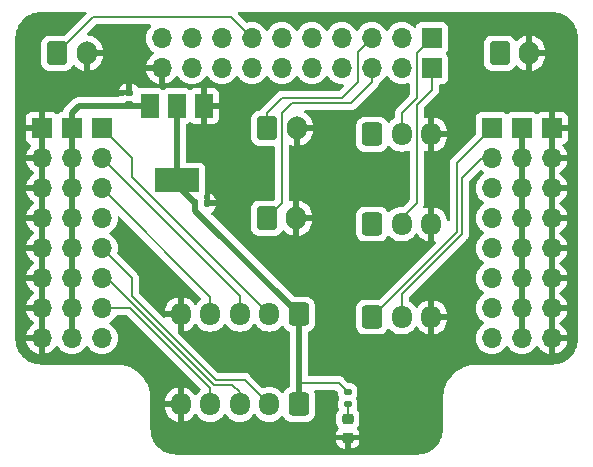
<source format=gbr>
%TF.GenerationSoftware,KiCad,Pcbnew,7.0.6*%
%TF.CreationDate,2024-01-20T12:46:22+09:00*%
%TF.ProjectId,RoboMasterHatBoard,526f626f-4d61-4737-9465-72486174426f,rev?*%
%TF.SameCoordinates,Original*%
%TF.FileFunction,Copper,L1,Top*%
%TF.FilePolarity,Positive*%
%FSLAX46Y46*%
G04 Gerber Fmt 4.6, Leading zero omitted, Abs format (unit mm)*
G04 Created by KiCad (PCBNEW 7.0.6) date 2024-01-20 12:46:22*
%MOMM*%
%LPD*%
G01*
G04 APERTURE LIST*
G04 Aperture macros list*
%AMRoundRect*
0 Rectangle with rounded corners*
0 $1 Rounding radius*
0 $2 $3 $4 $5 $6 $7 $8 $9 X,Y pos of 4 corners*
0 Add a 4 corners polygon primitive as box body*
4,1,4,$2,$3,$4,$5,$6,$7,$8,$9,$2,$3,0*
0 Add four circle primitives for the rounded corners*
1,1,$1+$1,$2,$3*
1,1,$1+$1,$4,$5*
1,1,$1+$1,$6,$7*
1,1,$1+$1,$8,$9*
0 Add four rect primitives between the rounded corners*
20,1,$1+$1,$2,$3,$4,$5,0*
20,1,$1+$1,$4,$5,$6,$7,0*
20,1,$1+$1,$6,$7,$8,$9,0*
20,1,$1+$1,$8,$9,$2,$3,0*%
G04 Aperture macros list end*
%TA.AperFunction,ComponentPad*%
%ADD10RoundRect,0.250000X-0.600000X-0.750000X0.600000X-0.750000X0.600000X0.750000X-0.600000X0.750000X0*%
%TD*%
%TA.AperFunction,ComponentPad*%
%ADD11O,1.700000X2.000000*%
%TD*%
%TA.AperFunction,ComponentPad*%
%ADD12RoundRect,0.250000X-0.600000X-0.725000X0.600000X-0.725000X0.600000X0.725000X-0.600000X0.725000X0*%
%TD*%
%TA.AperFunction,ComponentPad*%
%ADD13O,1.700000X1.950000*%
%TD*%
%TA.AperFunction,SMDPad,CuDef*%
%ADD14RoundRect,0.140000X0.170000X-0.140000X0.170000X0.140000X-0.170000X0.140000X-0.170000X-0.140000X0*%
%TD*%
%TA.AperFunction,ComponentPad*%
%ADD15RoundRect,0.250000X0.600000X0.725000X-0.600000X0.725000X-0.600000X-0.725000X0.600000X-0.725000X0*%
%TD*%
%TA.AperFunction,SMDPad,CuDef*%
%ADD16RoundRect,0.135000X-0.185000X0.135000X-0.185000X-0.135000X0.185000X-0.135000X0.185000X0.135000X0*%
%TD*%
%TA.AperFunction,SMDPad,CuDef*%
%ADD17RoundRect,0.218750X0.256250X-0.218750X0.256250X0.218750X-0.256250X0.218750X-0.256250X-0.218750X0*%
%TD*%
%TA.AperFunction,SMDPad,CuDef*%
%ADD18RoundRect,0.140000X-0.140000X-0.170000X0.140000X-0.170000X0.140000X0.170000X-0.140000X0.170000X0*%
%TD*%
%TA.AperFunction,SMDPad,CuDef*%
%ADD19R,1.500000X2.000000*%
%TD*%
%TA.AperFunction,SMDPad,CuDef*%
%ADD20R,3.800000X2.000000*%
%TD*%
%TA.AperFunction,ComponentPad*%
%ADD21R,1.700000X1.700000*%
%TD*%
%TA.AperFunction,ComponentPad*%
%ADD22O,1.700000X1.700000*%
%TD*%
%TA.AperFunction,Conductor*%
%ADD23C,0.500000*%
%TD*%
%TA.AperFunction,Conductor*%
%ADD24C,0.200000*%
%TD*%
G04 APERTURE END LIST*
D10*
%TO.P,J17,1,Pin_1*%
%TO.N,/IO1*%
X92750000Y-67310000D03*
D11*
%TO.P,J17,2,Pin_2*%
%TO.N,GND*%
X95250000Y-67310000D03*
%TD*%
D10*
%TO.P,J16,1,Pin_1*%
%TO.N,/BRAKE_INPUT*%
X130215000Y-67310000D03*
D11*
%TO.P,J16,2,Pin_2*%
%TO.N,GND*%
X132715000Y-67310000D03*
%TD*%
D12*
%TO.P,J14,1,Pin_1*%
%TO.N,+5C*%
X119420000Y-74168000D03*
D13*
%TO.P,J14,2,Pin_2*%
%TO.N,/PHOTO_SENS1*%
X121920000Y-74168000D03*
%TO.P,J14,3,Pin_3*%
%TO.N,GND*%
X124420000Y-74168000D03*
%TD*%
D10*
%TO.P,J9,1,Pin_1*%
%TO.N,/RELAY_OUTPUT*%
X110490000Y-81280000D03*
D11*
%TO.P,J9,2,Pin_2*%
%TO.N,GND*%
X112990000Y-81280000D03*
%TD*%
D10*
%TO.P,J10,1,Pin_1*%
%TO.N,/ESW_INPUT*%
X110530000Y-73660000D03*
D11*
%TO.P,J10,2,Pin_2*%
%TO.N,GND*%
X113030000Y-73660000D03*
%TD*%
D14*
%TO.P,C1,1*%
%TO.N,+5V*%
X98806000Y-71600000D03*
%TO.P,C1,2*%
%TO.N,GND*%
X98806000Y-70640000D03*
%TD*%
D15*
%TO.P,J13,1,Pin_1*%
%TO.N,+3.3V*%
X113204000Y-97045000D03*
D13*
%TO.P,J13,2,Pin_2*%
%TO.N,/ENC2_IN_TIM8_CH1*%
X110704000Y-97045000D03*
%TO.P,J13,3,Pin_3*%
%TO.N,/ENC2_IN_TIM8_CH2*%
X108204000Y-97045000D03*
%TO.P,J13,4,Pin_4*%
%TO.N,/ENC2_IN_Z*%
X105704000Y-97045000D03*
%TO.P,J13,5,Pin_5*%
%TO.N,GND*%
X103204000Y-97045000D03*
%TD*%
D12*
%TO.P,J11,1,Pin_1*%
%TO.N,/PWM1_TIM4_CH1*%
X119420000Y-89645000D03*
D13*
%TO.P,J11,2,Pin_2*%
%TO.N,/PWM1_TIM4_CH2*%
X121920000Y-89645000D03*
%TO.P,J11,3,Pin_3*%
%TO.N,GND*%
X124420000Y-89645000D03*
%TD*%
D16*
%TO.P,R1,1*%
%TO.N,+3.3V*%
X117348000Y-96010000D03*
%TO.P,R1,2*%
%TO.N,Net-(D1-A)*%
X117348000Y-97030000D03*
%TD*%
D17*
%TO.P,D1,1,K*%
%TO.N,GND*%
X117348000Y-99847500D03*
%TO.P,D1,2,A*%
%TO.N,Net-(D1-A)*%
X117348000Y-98272500D03*
%TD*%
D18*
%TO.P,C2,1*%
%TO.N,+3.3V*%
X104450000Y-80010000D03*
%TO.P,C2,2*%
%TO.N,GND*%
X105410000Y-80010000D03*
%TD*%
D19*
%TO.P,U1,1,GND*%
%TO.N,GND*%
X105170000Y-71780000D03*
%TO.P,U1,2,VO*%
%TO.N,+3.3V*%
X102870000Y-71780000D03*
D20*
X102870000Y-78080000D03*
D19*
%TO.P,U1,3,VI*%
%TO.N,+5V*%
X100570000Y-71780000D03*
%TD*%
D15*
%TO.P,J12,1,Pin_1*%
%TO.N,+3.3V*%
X113204000Y-89408000D03*
D13*
%TO.P,J12,2,Pin_2*%
%TO.N,/ENC1_IN_TIM2_CH1*%
X110704000Y-89408000D03*
%TO.P,J12,3,Pin_3*%
%TO.N,/ENC1_IN_TIM2_CH2*%
X108204000Y-89408000D03*
%TO.P,J12,4,Pin_4*%
%TO.N,/ENC1_IN_Z*%
X105704000Y-89408000D03*
%TO.P,J12,5,Pin_5*%
%TO.N,GND*%
X103204000Y-89408000D03*
%TD*%
D12*
%TO.P,J15,1,Pin_1*%
%TO.N,+5C*%
X119420000Y-81771000D03*
D13*
%TO.P,J15,2,Pin_2*%
%TO.N,/PHOTO_SENS2*%
X121920000Y-81771000D03*
%TO.P,J15,3,Pin_3*%
%TO.N,GND*%
X124420000Y-81771000D03*
%TD*%
D21*
%TO.P,J4,1,Pin_1*%
%TO.N,GND*%
X91440000Y-73660000D03*
D22*
%TO.P,J4,2,Pin_2*%
X91440000Y-76200000D03*
%TO.P,J4,3,Pin_3*%
X91440000Y-78740000D03*
%TO.P,J4,4,Pin_4*%
X91440000Y-81280000D03*
%TO.P,J4,5,Pin_5*%
X91440000Y-83820000D03*
%TO.P,J4,6,Pin_6*%
X91440000Y-86360000D03*
%TO.P,J4,7,Pin_7*%
X91440000Y-88900000D03*
%TO.P,J4,8,Pin_8*%
X91440000Y-91440000D03*
%TD*%
D21*
%TO.P,J6,1,Pin_1*%
%TO.N,/ENC1_IN_TIM2_CH1*%
X96520000Y-73660000D03*
D22*
%TO.P,J6,2,Pin_2*%
%TO.N,/ENC1_IN_TIM2_CH2*%
X96520000Y-76200000D03*
%TO.P,J6,3,Pin_3*%
%TO.N,/ENC1_IN_Z*%
X96520000Y-78740000D03*
%TO.P,J6,4,Pin_4*%
%TO.N,unconnected-(J6-Pin_4-Pad4)*%
X96520000Y-81280000D03*
%TO.P,J6,5,Pin_5*%
%TO.N,/ENC2_IN_TIM8_CH1*%
X96520000Y-83820000D03*
%TO.P,J6,6,Pin_6*%
%TO.N,/ENC2_IN_TIM8_CH2*%
X96520000Y-86360000D03*
%TO.P,J6,7,Pin_7*%
%TO.N,/ENC2_IN_Z*%
X96520000Y-88900000D03*
%TO.P,J6,8,Pin_8*%
%TO.N,unconnected-(J6-Pin_8-Pad8)*%
X96520000Y-91440000D03*
%TD*%
D21*
%TO.P,J1,1,Pin_1*%
%TO.N,/PWM1_TIM4_CH1*%
X129540000Y-73660000D03*
D22*
%TO.P,J1,2,Pin_2*%
%TO.N,/PWM1_TIM4_CH2*%
X129540000Y-76200000D03*
%TO.P,J1,3,Pin_3*%
%TO.N,unconnected-(J1-Pin_3-Pad3)*%
X129540000Y-78740000D03*
%TO.P,J1,4,Pin_4*%
%TO.N,unconnected-(J1-Pin_4-Pad4)*%
X129540000Y-81280000D03*
%TO.P,J1,5,Pin_5*%
%TO.N,unconnected-(J1-Pin_5-Pad5)*%
X129540000Y-83820000D03*
%TO.P,J1,6,Pin_6*%
%TO.N,unconnected-(J1-Pin_6-Pad6)*%
X129540000Y-86360000D03*
%TO.P,J1,7,Pin_7*%
%TO.N,unconnected-(J1-Pin_7-Pad7)*%
X129540000Y-88900000D03*
%TO.P,J1,8,Pin_8*%
%TO.N,unconnected-(J1-Pin_8-Pad8)*%
X129540000Y-91440000D03*
%TD*%
D21*
%TO.P,J2,1,Pin_1*%
%TO.N,+5C*%
X132080000Y-73660000D03*
D22*
%TO.P,J2,2,Pin_2*%
X132080000Y-76200000D03*
%TO.P,J2,3,Pin_3*%
X132080000Y-78740000D03*
%TO.P,J2,4,Pin_4*%
X132080000Y-81280000D03*
%TO.P,J2,5,Pin_5*%
X132080000Y-83820000D03*
%TO.P,J2,6,Pin_6*%
X132080000Y-86360000D03*
%TO.P,J2,7,Pin_7*%
X132080000Y-88900000D03*
%TO.P,J2,8,Pin_8*%
X132080000Y-91440000D03*
%TD*%
D21*
%TO.P,J3,1,Pin_1*%
%TO.N,GND*%
X134620000Y-73660000D03*
D22*
%TO.P,J3,2,Pin_2*%
X134620000Y-76200000D03*
%TO.P,J3,3,Pin_3*%
X134620000Y-78740000D03*
%TO.P,J3,4,Pin_4*%
X134620000Y-81280000D03*
%TO.P,J3,5,Pin_5*%
X134620000Y-83820000D03*
%TO.P,J3,6,Pin_6*%
X134620000Y-86360000D03*
%TO.P,J3,7,Pin_7*%
X134620000Y-88900000D03*
%TO.P,J3,8,Pin_8*%
X134620000Y-91440000D03*
%TD*%
D21*
%TO.P,J8,1,Pin_1*%
%TO.N,/PHOTO_SENS1*%
X124460000Y-66040000D03*
D22*
%TO.P,J8,2,Pin_2*%
%TO.N,unconnected-(J8-Pin_2-Pad2)*%
X121920000Y-66040000D03*
%TO.P,J8,3,Pin_3*%
%TO.N,/ESW_INPUT*%
X119380000Y-66040000D03*
%TO.P,J8,4,Pin_4*%
%TO.N,unconnected-(J8-Pin_4-Pad4)*%
X116840000Y-66040000D03*
%TO.P,J8,5,Pin_5*%
%TO.N,unconnected-(J8-Pin_5-Pad5)*%
X114300000Y-66040000D03*
%TO.P,J8,6,Pin_6*%
%TO.N,unconnected-(J8-Pin_6-Pad6)*%
X111760000Y-66040000D03*
%TO.P,J8,7,Pin_7*%
%TO.N,/IO1*%
X109220000Y-66040000D03*
%TO.P,J8,8,Pin_8*%
%TO.N,unconnected-(J8-Pin_8-Pad8)*%
X106680000Y-66040000D03*
%TO.P,J8,9,Pin_9*%
%TO.N,unconnected-(J8-Pin_9-Pad9)*%
X104140000Y-66040000D03*
%TO.P,J8,10,Pin_10*%
%TO.N,+5F*%
X101600000Y-66040000D03*
%TD*%
D21*
%TO.P,J5,1,Pin_1*%
%TO.N,+5V*%
X93980000Y-73660000D03*
D22*
%TO.P,J5,2,Pin_2*%
X93980000Y-76200000D03*
%TO.P,J5,3,Pin_3*%
X93980000Y-78740000D03*
%TO.P,J5,4,Pin_4*%
X93980000Y-81280000D03*
%TO.P,J5,5,Pin_5*%
X93980000Y-83820000D03*
%TO.P,J5,6,Pin_6*%
X93980000Y-86360000D03*
%TO.P,J5,7,Pin_7*%
X93980000Y-88900000D03*
%TO.P,J5,8,Pin_8*%
X93980000Y-91440000D03*
%TD*%
D21*
%TO.P,J7,1,Pin_1*%
%TO.N,/PHOTO_SENS2*%
X124460000Y-68580000D03*
D22*
%TO.P,J7,2,Pin_2*%
%TO.N,unconnected-(J7-Pin_2-Pad2)*%
X121920000Y-68580000D03*
%TO.P,J7,3,Pin_3*%
%TO.N,/RELAY_OUTPUT*%
X119380000Y-68580000D03*
%TO.P,J7,4,Pin_4*%
%TO.N,unconnected-(J7-Pin_4-Pad4)*%
X116840000Y-68580000D03*
%TO.P,J7,5,Pin_5*%
%TO.N,/BRAKE_INPUT*%
X114300000Y-68580000D03*
%TO.P,J7,6,Pin_6*%
%TO.N,unconnected-(J7-Pin_6-Pad6)*%
X111760000Y-68580000D03*
%TO.P,J7,7,Pin_7*%
%TO.N,unconnected-(J7-Pin_7-Pad7)*%
X109220000Y-68580000D03*
%TO.P,J7,8,Pin_8*%
%TO.N,unconnected-(J7-Pin_8-Pad8)*%
X106680000Y-68580000D03*
%TO.P,J7,9,Pin_9*%
%TO.N,unconnected-(J7-Pin_9-Pad9)*%
X104140000Y-68580000D03*
%TO.P,J7,10,Pin_10*%
%TO.N,GND*%
X101600000Y-68580000D03*
%TD*%
D23*
%TO.N,+3.3V*%
X113204000Y-95424000D02*
X113204000Y-97045000D01*
D24*
X113378000Y-95250000D02*
X116588000Y-95250000D01*
X113204000Y-95424000D02*
X113378000Y-95250000D01*
D23*
X113204000Y-95424000D02*
X113204000Y-89408000D01*
D24*
X116588000Y-95250000D02*
X117348000Y-96010000D01*
%TO.N,/ENC1_IN_TIM2_CH1*%
X99060000Y-76200000D02*
X96520000Y-73660000D01*
X99060000Y-77770000D02*
X99060000Y-76200000D01*
X110698000Y-89408000D02*
X99060000Y-77770000D01*
X110704000Y-89408000D02*
X110698000Y-89408000D01*
%TO.N,/ENC1_IN_TIM2_CH2*%
X108204000Y-87884000D02*
X108204000Y-89408000D01*
X96520000Y-76200000D02*
X108204000Y-87884000D01*
%TO.N,/ENC1_IN_Z*%
X105704000Y-87924000D02*
X96520000Y-78740000D01*
X105704000Y-89408000D02*
X105704000Y-87924000D01*
D23*
%TO.N,+3.3V*%
X104450000Y-80654000D02*
X104450000Y-80010000D01*
X113204000Y-89408000D02*
X104450000Y-80654000D01*
D24*
%TO.N,/ENC2_IN_TIM8_CH2*%
X108204000Y-96012000D02*
X108204000Y-97045000D01*
X106006314Y-95396000D02*
X107588000Y-95396000D01*
X107588000Y-95396000D02*
X108204000Y-96012000D01*
X96970314Y-86360000D02*
X106006314Y-95396000D01*
X96520000Y-86360000D02*
X96970314Y-86360000D01*
%TO.N,/ENC2_IN_Z*%
X105704000Y-95659372D02*
X98944628Y-88900000D01*
X105704000Y-97045000D02*
X105704000Y-95659372D01*
X98944628Y-88900000D02*
X96520000Y-88900000D01*
%TO.N,/ENC2_IN_TIM8_CH1*%
X99060000Y-86360000D02*
X96520000Y-83820000D01*
X106172000Y-94996000D02*
X99060000Y-87884000D01*
X108655000Y-94996000D02*
X106172000Y-94996000D01*
X99060000Y-87884000D02*
X99060000Y-86360000D01*
X110704000Y-97045000D02*
X108655000Y-94996000D01*
%TO.N,/IO1*%
X107442000Y-64262000D02*
X109220000Y-66040000D01*
X92750000Y-67310000D02*
X95798000Y-64262000D01*
X95798000Y-64262000D02*
X107442000Y-64262000D01*
D23*
%TO.N,+5V*%
X98626000Y-71780000D02*
X97790000Y-71780000D01*
X98806000Y-71600000D02*
X98626000Y-71780000D01*
X93980000Y-72390000D02*
X93980000Y-73660000D01*
X94590000Y-71780000D02*
X93980000Y-72390000D01*
X97790000Y-71780000D02*
X94590000Y-71780000D01*
D24*
%TO.N,/PWM1_TIM4_CH1*%
X126600000Y-82465000D02*
X126600000Y-76600000D01*
X126600000Y-76600000D02*
X129540000Y-73660000D01*
X119420000Y-89645000D02*
X126600000Y-82465000D01*
%TO.N,/PWM1_TIM4_CH2*%
X127000000Y-77901346D02*
X128701346Y-76200000D01*
X127000000Y-82630685D02*
X127000000Y-77901346D01*
X128701346Y-76200000D02*
X129540000Y-76200000D01*
X121920000Y-89645000D02*
X121920000Y-87710686D01*
X121920000Y-87710686D02*
X127000000Y-82630685D01*
D23*
%TO.N,+5V*%
X100570000Y-71780000D02*
X97790000Y-71780000D01*
%TO.N,+5C*%
X132080000Y-73660000D02*
X132080000Y-91440000D01*
%TO.N,+5V*%
X93980000Y-91440000D02*
X93980000Y-73660000D01*
D24*
%TO.N,/RELAY_OUTPUT*%
X110490000Y-81280000D02*
X111760000Y-80010000D01*
X112630000Y-71520000D02*
X117642081Y-71520000D01*
X111760000Y-72390000D02*
X112630000Y-71520000D01*
X117642081Y-71520000D02*
X119380000Y-69782081D01*
X119380000Y-69782081D02*
X119380000Y-68580000D01*
X111760000Y-80010000D02*
X111760000Y-72390000D01*
%TO.N,/ESW_INPUT*%
X118230000Y-69730000D02*
X118230000Y-67190000D01*
X116840000Y-71120000D02*
X118230000Y-69730000D01*
X110530000Y-72350000D02*
X111760000Y-71120000D01*
X111760000Y-71120000D02*
X116840000Y-71120000D01*
X118230000Y-67190000D02*
X119380000Y-66040000D01*
X110530000Y-73660000D02*
X110530000Y-72350000D01*
D23*
%TO.N,+3.3V*%
X102870000Y-78430000D02*
X104450000Y-80010000D01*
X102870000Y-78080000D02*
X102870000Y-78430000D01*
X102870000Y-71780000D02*
X102870000Y-78080000D01*
D24*
%TO.N,Net-(D1-A)*%
X117348000Y-97030000D02*
X117348000Y-98272500D01*
%TO.N,/PHOTO_SENS2*%
X123190000Y-71685686D02*
X124460000Y-70415686D01*
X123190000Y-80010000D02*
X123190000Y-71685686D01*
X121920000Y-81280000D02*
X123190000Y-80010000D01*
X124460000Y-70415686D02*
X124460000Y-68580000D01*
%TO.N,/PHOTO_SENS1*%
X123190000Y-67310000D02*
X124460000Y-66040000D01*
X121920000Y-72390000D02*
X123190000Y-71120000D01*
X121920000Y-73660000D02*
X121920000Y-72390000D01*
X123190000Y-71120000D02*
X123190000Y-67310000D01*
%TD*%
%TA.AperFunction,Conductor*%
%TO.N,GND*%
G36*
X103453999Y-90863633D02*
G01*
X103667483Y-90806433D01*
X103667492Y-90806429D01*
X103881577Y-90706600D01*
X103881579Y-90706599D01*
X104075073Y-90571113D01*
X104075079Y-90571108D01*
X104242108Y-90404079D01*
X104242113Y-90404073D01*
X104352119Y-90246967D01*
X104406695Y-90203342D01*
X104476194Y-90196148D01*
X104538549Y-90227670D01*
X104555269Y-90246967D01*
X104665505Y-90404402D01*
X104783900Y-90522796D01*
X104832599Y-90571495D01*
X104875675Y-90601657D01*
X105026165Y-90707032D01*
X105026167Y-90707033D01*
X105026170Y-90707035D01*
X105240337Y-90806903D01*
X105240343Y-90806904D01*
X105240344Y-90806905D01*
X105281050Y-90817812D01*
X105468592Y-90868063D01*
X105656918Y-90884539D01*
X105703999Y-90888659D01*
X105704000Y-90888659D01*
X105704001Y-90888659D01*
X105743234Y-90885226D01*
X105939408Y-90868063D01*
X106167663Y-90806903D01*
X106381829Y-90707035D01*
X106575401Y-90571495D01*
X106742495Y-90404401D01*
X106852426Y-90247401D01*
X106907001Y-90203778D01*
X106976500Y-90196584D01*
X107038855Y-90228106D01*
X107055571Y-90247398D01*
X107126144Y-90348187D01*
X107165506Y-90404403D01*
X107283900Y-90522796D01*
X107332599Y-90571495D01*
X107375675Y-90601657D01*
X107526165Y-90707032D01*
X107526167Y-90707033D01*
X107526170Y-90707035D01*
X107740337Y-90806903D01*
X107740343Y-90806904D01*
X107740344Y-90806905D01*
X107781050Y-90817812D01*
X107968592Y-90868063D01*
X108156918Y-90884539D01*
X108203999Y-90888659D01*
X108204000Y-90888659D01*
X108204001Y-90888659D01*
X108243234Y-90885226D01*
X108439408Y-90868063D01*
X108667663Y-90806903D01*
X108881829Y-90707035D01*
X109075401Y-90571495D01*
X109242495Y-90404401D01*
X109352426Y-90247401D01*
X109407001Y-90203778D01*
X109476500Y-90196584D01*
X109538855Y-90228106D01*
X109555571Y-90247398D01*
X109626144Y-90348187D01*
X109665506Y-90404403D01*
X109783900Y-90522796D01*
X109832599Y-90571495D01*
X109875675Y-90601657D01*
X110026165Y-90707032D01*
X110026167Y-90707033D01*
X110026170Y-90707035D01*
X110240337Y-90806903D01*
X110240343Y-90806904D01*
X110240344Y-90806905D01*
X110281050Y-90817812D01*
X110468592Y-90868063D01*
X110656918Y-90884539D01*
X110703999Y-90888659D01*
X110704000Y-90888659D01*
X110704001Y-90888659D01*
X110743234Y-90885226D01*
X110939408Y-90868063D01*
X111167663Y-90806903D01*
X111381829Y-90707035D01*
X111575401Y-90571495D01*
X111722602Y-90424293D01*
X111783924Y-90390810D01*
X111853615Y-90395794D01*
X111909549Y-90437665D01*
X111915821Y-90446879D01*
X111919186Y-90452334D01*
X112011288Y-90601656D01*
X112135344Y-90725712D01*
X112284666Y-90817814D01*
X112368505Y-90845595D01*
X112425948Y-90885366D01*
X112452772Y-90949882D01*
X112453500Y-90963300D01*
X112453500Y-95489699D01*
X112433815Y-95556738D01*
X112381011Y-95602493D01*
X112368507Y-95607403D01*
X112335962Y-95618188D01*
X112284668Y-95635185D01*
X112284663Y-95635187D01*
X112135342Y-95727289D01*
X112011289Y-95851342D01*
X111915821Y-96006121D01*
X111863873Y-96052845D01*
X111794910Y-96064068D01*
X111730828Y-96036224D01*
X111722601Y-96028705D01*
X111575402Y-95881506D01*
X111575399Y-95881504D01*
X111531121Y-95850500D01*
X111381834Y-95745967D01*
X111381830Y-95745965D01*
X111352761Y-95732410D01*
X111167663Y-95646097D01*
X111167659Y-95646096D01*
X111167655Y-95646094D01*
X110939413Y-95584938D01*
X110939403Y-95584936D01*
X110704001Y-95564341D01*
X110703999Y-95564341D01*
X110468596Y-95584936D01*
X110468586Y-95584938D01*
X110241657Y-95645742D01*
X110171807Y-95644079D01*
X110121883Y-95613648D01*
X109110328Y-94602093D01*
X109104974Y-94595988D01*
X109083286Y-94567722D01*
X109083283Y-94567720D01*
X109083282Y-94567718D01*
X108957841Y-94471464D01*
X108813632Y-94411730D01*
X108811985Y-94410984D01*
X108655001Y-94390318D01*
X108654999Y-94390318D01*
X108641792Y-94392056D01*
X108619670Y-94394969D01*
X108611573Y-94395500D01*
X106472097Y-94395500D01*
X106405058Y-94375815D01*
X106384416Y-94359181D01*
X102990319Y-90965084D01*
X102956834Y-90903761D01*
X102954000Y-90877403D01*
X102954000Y-89816018D01*
X103068801Y-89868446D01*
X103170025Y-89883000D01*
X103237975Y-89883000D01*
X103339199Y-89868446D01*
X103453999Y-89816018D01*
X103453999Y-90863633D01*
G37*
%TD.AperFunction*%
%TA.AperFunction,Conductor*%
G36*
X91690000Y-91004498D02*
G01*
X91582315Y-90955320D01*
X91475763Y-90940000D01*
X91404237Y-90940000D01*
X91297685Y-90955320D01*
X91190000Y-91004498D01*
X91190000Y-89335501D01*
X91297685Y-89384680D01*
X91404237Y-89400000D01*
X91475763Y-89400000D01*
X91582315Y-89384680D01*
X91690000Y-89335501D01*
X91690000Y-91004498D01*
G37*
%TD.AperFunction*%
%TA.AperFunction,Conductor*%
G36*
X98069473Y-81140911D02*
G01*
X98084431Y-81153666D01*
X104929651Y-87998886D01*
X104963136Y-88060209D01*
X104958152Y-88129901D01*
X104916280Y-88185834D01*
X104913094Y-88188142D01*
X104832594Y-88244508D01*
X104665508Y-88411594D01*
X104555269Y-88569032D01*
X104500692Y-88612656D01*
X104431193Y-88619849D01*
X104368839Y-88588327D01*
X104352119Y-88569031D01*
X104242113Y-88411926D01*
X104242108Y-88411920D01*
X104075082Y-88244894D01*
X103881578Y-88109399D01*
X103667492Y-88009570D01*
X103667486Y-88009567D01*
X103453999Y-87952364D01*
X103453999Y-88999981D01*
X103339199Y-88947554D01*
X103237975Y-88933000D01*
X103170025Y-88933000D01*
X103068801Y-88947554D01*
X102954000Y-88999981D01*
X102954000Y-87952364D01*
X102953999Y-87952364D01*
X102740513Y-88009567D01*
X102740507Y-88009570D01*
X102526422Y-88109399D01*
X102526420Y-88109400D01*
X102332926Y-88244886D01*
X102332920Y-88244891D01*
X102165891Y-88411920D01*
X102165886Y-88411926D01*
X102030400Y-88605420D01*
X102030399Y-88605422D01*
X101930570Y-88819507D01*
X101930566Y-88819516D01*
X101869432Y-89047673D01*
X101869430Y-89047683D01*
X101859779Y-89158000D01*
X102800031Y-89158000D01*
X102767481Y-89208649D01*
X102729000Y-89339705D01*
X102729000Y-89476295D01*
X102767481Y-89607351D01*
X102800031Y-89658000D01*
X101857286Y-89658000D01*
X101803067Y-89690753D01*
X101733224Y-89688813D01*
X101683768Y-89658533D01*
X99696819Y-87671584D01*
X99663334Y-87610261D01*
X99660500Y-87583903D01*
X99660500Y-86403428D01*
X99661031Y-86395326D01*
X99665682Y-86360003D01*
X99665682Y-86360000D01*
X99645044Y-86203238D01*
X99584536Y-86057159D01*
X99584535Y-86057158D01*
X99584535Y-86057157D01*
X99511350Y-85961780D01*
X99511332Y-85961758D01*
X99488282Y-85931717D01*
X99470339Y-85917949D01*
X99460006Y-85910021D01*
X99453916Y-85904680D01*
X97852765Y-84303530D01*
X97819281Y-84242208D01*
X97820672Y-84183757D01*
X97829503Y-84150798D01*
X97855063Y-84055408D01*
X97875659Y-83820000D01*
X97855063Y-83584592D01*
X97793903Y-83356337D01*
X97694035Y-83142171D01*
X97688731Y-83134595D01*
X97558494Y-82948597D01*
X97391402Y-82781506D01*
X97391401Y-82781505D01*
X97205842Y-82651575D01*
X97205841Y-82651574D01*
X97162216Y-82596997D01*
X97155024Y-82527498D01*
X97186546Y-82465144D01*
X97205836Y-82448428D01*
X97391401Y-82318495D01*
X97558495Y-82151401D01*
X97694035Y-81957830D01*
X97793903Y-81743663D01*
X97855063Y-81515408D01*
X97875659Y-81280000D01*
X97873222Y-81252154D01*
X97886987Y-81183657D01*
X97935601Y-81133473D01*
X98003629Y-81117538D01*
X98069473Y-81140911D01*
G37*
%TD.AperFunction*%
%TA.AperFunction,Conductor*%
G36*
X91690000Y-88464498D02*
G01*
X91582315Y-88415320D01*
X91475763Y-88400000D01*
X91404237Y-88400000D01*
X91297685Y-88415320D01*
X91190000Y-88464498D01*
X91190000Y-86795501D01*
X91297685Y-86844680D01*
X91404237Y-86860000D01*
X91475763Y-86860000D01*
X91582315Y-86844680D01*
X91690000Y-86795501D01*
X91690000Y-88464498D01*
G37*
%TD.AperFunction*%
%TA.AperFunction,Conductor*%
G36*
X91690000Y-85924498D02*
G01*
X91582315Y-85875320D01*
X91475763Y-85860000D01*
X91404237Y-85860000D01*
X91297685Y-85875320D01*
X91190000Y-85924498D01*
X91190000Y-84255501D01*
X91297685Y-84304680D01*
X91404237Y-84320000D01*
X91475763Y-84320000D01*
X91582315Y-84304680D01*
X91690000Y-84255501D01*
X91690000Y-85924498D01*
G37*
%TD.AperFunction*%
%TA.AperFunction,Conductor*%
G36*
X91690000Y-83384498D02*
G01*
X91582315Y-83335320D01*
X91475763Y-83320000D01*
X91404237Y-83320000D01*
X91297685Y-83335320D01*
X91190000Y-83384498D01*
X91190000Y-81715501D01*
X91297685Y-81764680D01*
X91404237Y-81780000D01*
X91475763Y-81780000D01*
X91582315Y-81764680D01*
X91690000Y-81715501D01*
X91690000Y-83384498D01*
G37*
%TD.AperFunction*%
%TA.AperFunction,Conductor*%
G36*
X91690000Y-80844498D02*
G01*
X91582315Y-80795320D01*
X91475763Y-80780000D01*
X91404237Y-80780000D01*
X91297685Y-80795320D01*
X91190000Y-80844498D01*
X91190000Y-79175501D01*
X91297685Y-79224680D01*
X91404237Y-79240000D01*
X91475763Y-79240000D01*
X91582315Y-79224680D01*
X91690000Y-79175501D01*
X91690000Y-80844498D01*
G37*
%TD.AperFunction*%
%TA.AperFunction,Conductor*%
G36*
X91690000Y-78304498D02*
G01*
X91582315Y-78255320D01*
X91475763Y-78240000D01*
X91404237Y-78240000D01*
X91297685Y-78255320D01*
X91190000Y-78304498D01*
X91190000Y-76635501D01*
X91297685Y-76684680D01*
X91404237Y-76700000D01*
X91475763Y-76700000D01*
X91582315Y-76684680D01*
X91690000Y-76635501D01*
X91690000Y-78304498D01*
G37*
%TD.AperFunction*%
%TA.AperFunction,Conductor*%
G36*
X91690000Y-75764498D02*
G01*
X91582315Y-75715320D01*
X91475763Y-75700000D01*
X91404237Y-75700000D01*
X91297685Y-75715320D01*
X91190000Y-75764498D01*
X91190000Y-74095501D01*
X91297685Y-74144680D01*
X91404237Y-74160000D01*
X91475763Y-74160000D01*
X91582315Y-74144680D01*
X91690000Y-74095501D01*
X91690000Y-75764498D01*
G37*
%TD.AperFunction*%
%TA.AperFunction,Conductor*%
G36*
X95177941Y-63820185D02*
G01*
X95223696Y-63872989D01*
X95233640Y-63942147D01*
X95204615Y-64005703D01*
X95198583Y-64012181D01*
X93437582Y-65773181D01*
X93376259Y-65806666D01*
X93349901Y-65809500D01*
X92099998Y-65809500D01*
X92099981Y-65809501D01*
X91997203Y-65820000D01*
X91997200Y-65820001D01*
X91830668Y-65875185D01*
X91830663Y-65875187D01*
X91681342Y-65967289D01*
X91557289Y-66091342D01*
X91465187Y-66240663D01*
X91465185Y-66240668D01*
X91453672Y-66275413D01*
X91410001Y-66407203D01*
X91410001Y-66407204D01*
X91410000Y-66407204D01*
X91399500Y-66509983D01*
X91399500Y-68110001D01*
X91399501Y-68110018D01*
X91410000Y-68212796D01*
X91410001Y-68212799D01*
X91455361Y-68349685D01*
X91465186Y-68379334D01*
X91557288Y-68528656D01*
X91681344Y-68652712D01*
X91830666Y-68744814D01*
X91997203Y-68799999D01*
X92099991Y-68810500D01*
X93400008Y-68810499D01*
X93502797Y-68799999D01*
X93669334Y-68744814D01*
X93818656Y-68652712D01*
X93942712Y-68528656D01*
X94034814Y-68379334D01*
X94034814Y-68379333D01*
X94038448Y-68373442D01*
X94090396Y-68326717D01*
X94159358Y-68315494D01*
X94223441Y-68343337D01*
X94231668Y-68350856D01*
X94378921Y-68498108D01*
X94572421Y-68633600D01*
X94786507Y-68733429D01*
X94786516Y-68733433D01*
X95000000Y-68790634D01*
X95000000Y-67745501D01*
X95107685Y-67794680D01*
X95214237Y-67810000D01*
X95285763Y-67810000D01*
X95392315Y-67794680D01*
X95500000Y-67745501D01*
X95500000Y-68790633D01*
X95713483Y-68733433D01*
X95713492Y-68733429D01*
X95927577Y-68633600D01*
X95927579Y-68633599D01*
X96121073Y-68498113D01*
X96121079Y-68498108D01*
X96288108Y-68331079D01*
X96288113Y-68331073D01*
X96423599Y-68137579D01*
X96423600Y-68137577D01*
X96523429Y-67923492D01*
X96523433Y-67923483D01*
X96584567Y-67695326D01*
X96584569Y-67695315D01*
X96596407Y-67560000D01*
X95683686Y-67560000D01*
X95709493Y-67519844D01*
X95750000Y-67381889D01*
X95750000Y-67238111D01*
X95709493Y-67100156D01*
X95683686Y-67060000D01*
X96596407Y-67060000D01*
X96596407Y-67059999D01*
X96584569Y-66924684D01*
X96584567Y-66924673D01*
X96523433Y-66696516D01*
X96523429Y-66696507D01*
X96423600Y-66482422D01*
X96423599Y-66482420D01*
X96288113Y-66288926D01*
X96288108Y-66288920D01*
X96121082Y-66121894D01*
X95927578Y-65986399D01*
X95713492Y-65886570D01*
X95713483Y-65886566D01*
X95485326Y-65825432D01*
X95485315Y-65825430D01*
X95381011Y-65816305D01*
X95315942Y-65790853D01*
X95274963Y-65734262D01*
X95271085Y-65664500D01*
X95304134Y-65605099D01*
X96010415Y-64898819D01*
X96071739Y-64865334D01*
X96098097Y-64862500D01*
X100568241Y-64862500D01*
X100635280Y-64882185D01*
X100681035Y-64934989D01*
X100690979Y-65004147D01*
X100661954Y-65067703D01*
X100655922Y-65074181D01*
X100561505Y-65168597D01*
X100425965Y-65362169D01*
X100425964Y-65362171D01*
X100326098Y-65576335D01*
X100326094Y-65576344D01*
X100264938Y-65804586D01*
X100264936Y-65804596D01*
X100244341Y-66039999D01*
X100244341Y-66040000D01*
X100264936Y-66275403D01*
X100264938Y-66275413D01*
X100326094Y-66503655D01*
X100326096Y-66503659D01*
X100326097Y-66503663D01*
X100330000Y-66512032D01*
X100425965Y-66717830D01*
X100425967Y-66717834D01*
X100489617Y-66808735D01*
X100561505Y-66911401D01*
X100728599Y-67078495D01*
X100887844Y-67190000D01*
X100914594Y-67208730D01*
X100958219Y-67263307D01*
X100965413Y-67332805D01*
X100933890Y-67395160D01*
X100914595Y-67411880D01*
X100728922Y-67541890D01*
X100728920Y-67541891D01*
X100561891Y-67708920D01*
X100561886Y-67708926D01*
X100426400Y-67902420D01*
X100426399Y-67902422D01*
X100326570Y-68116507D01*
X100326567Y-68116513D01*
X100269364Y-68329999D01*
X100269364Y-68330000D01*
X101166314Y-68330000D01*
X101140507Y-68370156D01*
X101100000Y-68508111D01*
X101100000Y-68651889D01*
X101140507Y-68789844D01*
X101166314Y-68830000D01*
X100269364Y-68830000D01*
X100326567Y-69043486D01*
X100326570Y-69043492D01*
X100426399Y-69257578D01*
X100561894Y-69451082D01*
X100728917Y-69618105D01*
X100922421Y-69753600D01*
X101136507Y-69853429D01*
X101136516Y-69853433D01*
X101350000Y-69910634D01*
X101350000Y-69015501D01*
X101457685Y-69064680D01*
X101564237Y-69080000D01*
X101635763Y-69080000D01*
X101742315Y-69064680D01*
X101850000Y-69015501D01*
X101850000Y-69910633D01*
X102063483Y-69853433D01*
X102063492Y-69853429D01*
X102277578Y-69753600D01*
X102471082Y-69618105D01*
X102638105Y-69451082D01*
X102768119Y-69265405D01*
X102822696Y-69221781D01*
X102892195Y-69214588D01*
X102954549Y-69246110D01*
X102971269Y-69265405D01*
X103101505Y-69451401D01*
X103268599Y-69618495D01*
X103365384Y-69686265D01*
X103462165Y-69754032D01*
X103462167Y-69754033D01*
X103462170Y-69754035D01*
X103676337Y-69853903D01*
X103676343Y-69853904D01*
X103676344Y-69853905D01*
X103703607Y-69861210D01*
X103904592Y-69915063D01*
X104081034Y-69930500D01*
X104139999Y-69935659D01*
X104140000Y-69935659D01*
X104140001Y-69935659D01*
X104198966Y-69930500D01*
X104375408Y-69915063D01*
X104603663Y-69853903D01*
X104817830Y-69754035D01*
X105011401Y-69618495D01*
X105178495Y-69451401D01*
X105308426Y-69265841D01*
X105363002Y-69222217D01*
X105432500Y-69215023D01*
X105494855Y-69246546D01*
X105511575Y-69265842D01*
X105641281Y-69451082D01*
X105641505Y-69451401D01*
X105808599Y-69618495D01*
X105905384Y-69686265D01*
X106002165Y-69754032D01*
X106002167Y-69754033D01*
X106002170Y-69754035D01*
X106216337Y-69853903D01*
X106216343Y-69853904D01*
X106216344Y-69853905D01*
X106243607Y-69861210D01*
X106444592Y-69915063D01*
X106621034Y-69930500D01*
X106679999Y-69935659D01*
X106680000Y-69935659D01*
X106680001Y-69935659D01*
X106738966Y-69930500D01*
X106915408Y-69915063D01*
X107143663Y-69853903D01*
X107357830Y-69754035D01*
X107551401Y-69618495D01*
X107718495Y-69451401D01*
X107848426Y-69265840D01*
X107903001Y-69222217D01*
X107972499Y-69215023D01*
X108034854Y-69246546D01*
X108051574Y-69265841D01*
X108181505Y-69451401D01*
X108348599Y-69618495D01*
X108445384Y-69686264D01*
X108542165Y-69754032D01*
X108542167Y-69754033D01*
X108542170Y-69754035D01*
X108756337Y-69853903D01*
X108756343Y-69853904D01*
X108756344Y-69853905D01*
X108783607Y-69861210D01*
X108984592Y-69915063D01*
X109161034Y-69930500D01*
X109219999Y-69935659D01*
X109220000Y-69935659D01*
X109220001Y-69935659D01*
X109278966Y-69930500D01*
X109455408Y-69915063D01*
X109683663Y-69853903D01*
X109897830Y-69754035D01*
X110091401Y-69618495D01*
X110258495Y-69451401D01*
X110388426Y-69265841D01*
X110443002Y-69222217D01*
X110512500Y-69215023D01*
X110574855Y-69246546D01*
X110591575Y-69265842D01*
X110721281Y-69451082D01*
X110721505Y-69451401D01*
X110888599Y-69618495D01*
X110985384Y-69686264D01*
X111082165Y-69754032D01*
X111082167Y-69754033D01*
X111082170Y-69754035D01*
X111296337Y-69853903D01*
X111296343Y-69853904D01*
X111296344Y-69853905D01*
X111323607Y-69861210D01*
X111524592Y-69915063D01*
X111701034Y-69930500D01*
X111759999Y-69935659D01*
X111760000Y-69935659D01*
X111760001Y-69935659D01*
X111818966Y-69930500D01*
X111995408Y-69915063D01*
X112223663Y-69853903D01*
X112437830Y-69754035D01*
X112631401Y-69618495D01*
X112798495Y-69451401D01*
X112928426Y-69265841D01*
X112983002Y-69222217D01*
X113052500Y-69215023D01*
X113114855Y-69246546D01*
X113131575Y-69265842D01*
X113261281Y-69451082D01*
X113261505Y-69451401D01*
X113428599Y-69618495D01*
X113525384Y-69686264D01*
X113622165Y-69754032D01*
X113622167Y-69754033D01*
X113622170Y-69754035D01*
X113836337Y-69853903D01*
X113836343Y-69853904D01*
X113836344Y-69853905D01*
X113863607Y-69861210D01*
X114064592Y-69915063D01*
X114241034Y-69930500D01*
X114299999Y-69935659D01*
X114300000Y-69935659D01*
X114300001Y-69935659D01*
X114358966Y-69930500D01*
X114535408Y-69915063D01*
X114763663Y-69853903D01*
X114977830Y-69754035D01*
X115171401Y-69618495D01*
X115338495Y-69451401D01*
X115468426Y-69265841D01*
X115523002Y-69222217D01*
X115592500Y-69215023D01*
X115654855Y-69246546D01*
X115671575Y-69265842D01*
X115801281Y-69451082D01*
X115801505Y-69451401D01*
X115968599Y-69618495D01*
X116065384Y-69686264D01*
X116162165Y-69754032D01*
X116162167Y-69754033D01*
X116162170Y-69754035D01*
X116376337Y-69853903D01*
X116376343Y-69853904D01*
X116376344Y-69853905D01*
X116403607Y-69861210D01*
X116604592Y-69915063D01*
X116781034Y-69930500D01*
X116839999Y-69935659D01*
X116840000Y-69935659D01*
X116840001Y-69935659D01*
X116867843Y-69933223D01*
X116936343Y-69946989D01*
X116986526Y-69995604D01*
X117002460Y-70063633D01*
X116979085Y-70129477D01*
X116966332Y-70144432D01*
X116627584Y-70483181D01*
X116566261Y-70516666D01*
X116539903Y-70519500D01*
X111803428Y-70519500D01*
X111795329Y-70518969D01*
X111760000Y-70514318D01*
X111720639Y-70519500D01*
X111603239Y-70534955D01*
X111603237Y-70534956D01*
X111457160Y-70595463D01*
X111331714Y-70691721D01*
X111310024Y-70719990D01*
X111304671Y-70726094D01*
X110136096Y-71894668D01*
X110129994Y-71900019D01*
X110101720Y-71921715D01*
X110060995Y-71974789D01*
X110044200Y-71996677D01*
X110018631Y-72030000D01*
X110005461Y-72047163D01*
X110005460Y-72047165D01*
X109990619Y-72082994D01*
X109946778Y-72137397D01*
X109883126Y-72159122D01*
X109883132Y-72159180D01*
X109882885Y-72159205D01*
X109882376Y-72159379D01*
X109879994Y-72159500D01*
X109777203Y-72170000D01*
X109777200Y-72170001D01*
X109610668Y-72225185D01*
X109610663Y-72225187D01*
X109461342Y-72317289D01*
X109337289Y-72441342D01*
X109245187Y-72590663D01*
X109245185Y-72590668D01*
X109232767Y-72628143D01*
X109190001Y-72757203D01*
X109190001Y-72757204D01*
X109190000Y-72757204D01*
X109179500Y-72859983D01*
X109179500Y-74460001D01*
X109179501Y-74460018D01*
X109190000Y-74562796D01*
X109190001Y-74562799D01*
X109245185Y-74729331D01*
X109245187Y-74729336D01*
X109261937Y-74756492D01*
X109337288Y-74878656D01*
X109461344Y-75002712D01*
X109610666Y-75094814D01*
X109777203Y-75149999D01*
X109879991Y-75160500D01*
X111035500Y-75160499D01*
X111102539Y-75180184D01*
X111148294Y-75232987D01*
X111159500Y-75284499D01*
X111159500Y-79655500D01*
X111139815Y-79722539D01*
X111087011Y-79768294D01*
X111035500Y-79779500D01*
X109839998Y-79779500D01*
X109839981Y-79779501D01*
X109737203Y-79790000D01*
X109737200Y-79790001D01*
X109570668Y-79845185D01*
X109570663Y-79845187D01*
X109421342Y-79937289D01*
X109297289Y-80061342D01*
X109205187Y-80210663D01*
X109205185Y-80210668D01*
X109193616Y-80245581D01*
X109150001Y-80377203D01*
X109150001Y-80377204D01*
X109150000Y-80377204D01*
X109139500Y-80479983D01*
X109139500Y-82080001D01*
X109139501Y-82080018D01*
X109150000Y-82182796D01*
X109150001Y-82182799D01*
X109170944Y-82246000D01*
X109205186Y-82349334D01*
X109297288Y-82498656D01*
X109421344Y-82622712D01*
X109570666Y-82714814D01*
X109737203Y-82769999D01*
X109839991Y-82780500D01*
X111140008Y-82780499D01*
X111242797Y-82769999D01*
X111409334Y-82714814D01*
X111558656Y-82622712D01*
X111682712Y-82498656D01*
X111774814Y-82349334D01*
X111774814Y-82349333D01*
X111778448Y-82343442D01*
X111830396Y-82296717D01*
X111899358Y-82285494D01*
X111963441Y-82313337D01*
X111971668Y-82320856D01*
X112118921Y-82468108D01*
X112312421Y-82603600D01*
X112526507Y-82703429D01*
X112526516Y-82703433D01*
X112739998Y-82760635D01*
X112739999Y-82760634D01*
X112739999Y-81715501D01*
X112847685Y-81764680D01*
X112954237Y-81780000D01*
X113025763Y-81780000D01*
X113132315Y-81764680D01*
X113240000Y-81715501D01*
X113240000Y-82760633D01*
X113453483Y-82703433D01*
X113453492Y-82703429D01*
X113667577Y-82603600D01*
X113667579Y-82603599D01*
X113861073Y-82468113D01*
X113861079Y-82468108D01*
X114028108Y-82301079D01*
X114028113Y-82301073D01*
X114163599Y-82107579D01*
X114163600Y-82107577D01*
X114263429Y-81893492D01*
X114263433Y-81893483D01*
X114324567Y-81665326D01*
X114324569Y-81665315D01*
X114336407Y-81530000D01*
X113423686Y-81530000D01*
X113449493Y-81489844D01*
X113490000Y-81351889D01*
X113490000Y-81208111D01*
X113449493Y-81070156D01*
X113423686Y-81030000D01*
X114336407Y-81030000D01*
X114336407Y-81029999D01*
X114324569Y-80894684D01*
X114324567Y-80894673D01*
X114263433Y-80666516D01*
X114263429Y-80666507D01*
X114163600Y-80452422D01*
X114163599Y-80452420D01*
X114028113Y-80258926D01*
X114028108Y-80258920D01*
X113861082Y-80091894D01*
X113667578Y-79956399D01*
X113453492Y-79856570D01*
X113453486Y-79856567D01*
X113240000Y-79799364D01*
X113240000Y-80844498D01*
X113132315Y-80795320D01*
X113025763Y-80780000D01*
X112954237Y-80780000D01*
X112847685Y-80795320D01*
X112739999Y-80844498D01*
X112739999Y-79799364D01*
X112739998Y-79799364D01*
X112521280Y-79857970D01*
X112520967Y-79856802D01*
X112457169Y-79860850D01*
X112396117Y-79826873D01*
X112363126Y-79765283D01*
X112360500Y-79739900D01*
X112360500Y-75182008D01*
X112380185Y-75114969D01*
X112432989Y-75069214D01*
X112502147Y-75059270D01*
X112536905Y-75069626D01*
X112566507Y-75083430D01*
X112566516Y-75083433D01*
X112780000Y-75140634D01*
X112780000Y-74095501D01*
X112887685Y-74144680D01*
X112994237Y-74160000D01*
X113065763Y-74160000D01*
X113172315Y-74144680D01*
X113280000Y-74095501D01*
X113280000Y-75140634D01*
X113493483Y-75083433D01*
X113493492Y-75083429D01*
X113707577Y-74983600D01*
X113707579Y-74983599D01*
X113901073Y-74848113D01*
X113901079Y-74848108D01*
X114068108Y-74681079D01*
X114068113Y-74681073D01*
X114203599Y-74487579D01*
X114203600Y-74487577D01*
X114303429Y-74273492D01*
X114303433Y-74273483D01*
X114364567Y-74045326D01*
X114364569Y-74045315D01*
X114376407Y-73910000D01*
X113463686Y-73910000D01*
X113489493Y-73869844D01*
X113530000Y-73731889D01*
X113530000Y-73588111D01*
X113489493Y-73450156D01*
X113463686Y-73410000D01*
X114376407Y-73410000D01*
X114376407Y-73409999D01*
X114364569Y-73274684D01*
X114364567Y-73274673D01*
X114303433Y-73046516D01*
X114303429Y-73046507D01*
X114203600Y-72832422D01*
X114203599Y-72832420D01*
X114068113Y-72638926D01*
X114068108Y-72638920D01*
X113901078Y-72471890D01*
X113721396Y-72346074D01*
X113677771Y-72291497D01*
X113670579Y-72221999D01*
X113702101Y-72159644D01*
X113762332Y-72124231D01*
X113792520Y-72120500D01*
X117598653Y-72120500D01*
X117606751Y-72121030D01*
X117642081Y-72125682D01*
X117642082Y-72125682D01*
X117694334Y-72118802D01*
X117798843Y-72105044D01*
X117944922Y-72044536D01*
X117944921Y-72044536D01*
X117982443Y-72028994D01*
X118006094Y-71997596D01*
X118070363Y-71948282D01*
X118092064Y-71919999D01*
X118097392Y-71913922D01*
X119773922Y-70237392D01*
X119779999Y-70232064D01*
X119808282Y-70210363D01*
X119904536Y-70084922D01*
X119965044Y-69938843D01*
X119965784Y-69933223D01*
X119966143Y-69930498D01*
X119976017Y-69855492D01*
X120004283Y-69791595D01*
X120046548Y-69759295D01*
X120057830Y-69754035D01*
X120251401Y-69618495D01*
X120418495Y-69451401D01*
X120548426Y-69265841D01*
X120603002Y-69222217D01*
X120672500Y-69215023D01*
X120734855Y-69246546D01*
X120751575Y-69265842D01*
X120881281Y-69451082D01*
X120881505Y-69451401D01*
X121048599Y-69618495D01*
X121145384Y-69686264D01*
X121242165Y-69754032D01*
X121242167Y-69754033D01*
X121242170Y-69754035D01*
X121456337Y-69853903D01*
X121456343Y-69853904D01*
X121456344Y-69853905D01*
X121483607Y-69861210D01*
X121684592Y-69915063D01*
X121861034Y-69930500D01*
X121919999Y-69935659D01*
X121920000Y-69935659D01*
X121920001Y-69935659D01*
X121978966Y-69930500D01*
X122155408Y-69915063D01*
X122383663Y-69853903D01*
X122413097Y-69840177D01*
X122482171Y-69829686D01*
X122545956Y-69858205D01*
X122584196Y-69916681D01*
X122589500Y-69952560D01*
X122589500Y-70819902D01*
X122569815Y-70886941D01*
X122553181Y-70907583D01*
X121526096Y-71934668D01*
X121519994Y-71940019D01*
X121491716Y-71961719D01*
X121417090Y-72058975D01*
X121395464Y-72087158D01*
X121395461Y-72087163D01*
X121334957Y-72233234D01*
X121334955Y-72233239D01*
X121314318Y-72389998D01*
X121314318Y-72390000D01*
X121318969Y-72425326D01*
X121319500Y-72433427D01*
X121319500Y-72753908D01*
X121299815Y-72820947D01*
X121247914Y-72866286D01*
X121242173Y-72868963D01*
X121242169Y-72868965D01*
X121048597Y-73004505D01*
X120901398Y-73151705D01*
X120840075Y-73185190D01*
X120770383Y-73180206D01*
X120714450Y-73138334D01*
X120708178Y-73129120D01*
X120612712Y-72974344D01*
X120488657Y-72850289D01*
X120488656Y-72850288D01*
X120364730Y-72773850D01*
X120339336Y-72758187D01*
X120339331Y-72758185D01*
X120336371Y-72757204D01*
X120172797Y-72703001D01*
X120172795Y-72703000D01*
X120070010Y-72692500D01*
X118769998Y-72692500D01*
X118769981Y-72692501D01*
X118667203Y-72703000D01*
X118667200Y-72703001D01*
X118500668Y-72758185D01*
X118500663Y-72758187D01*
X118351342Y-72850289D01*
X118227289Y-72974342D01*
X118135187Y-73123663D01*
X118135185Y-73123668D01*
X118116450Y-73180206D01*
X118080001Y-73290203D01*
X118080001Y-73290204D01*
X118080000Y-73290204D01*
X118069500Y-73392983D01*
X118069500Y-74943001D01*
X118069501Y-74943018D01*
X118080000Y-75045796D01*
X118080001Y-75045799D01*
X118125137Y-75182008D01*
X118135186Y-75212334D01*
X118227288Y-75361656D01*
X118351344Y-75485712D01*
X118500666Y-75577814D01*
X118667203Y-75632999D01*
X118769991Y-75643500D01*
X120070008Y-75643499D01*
X120172797Y-75632999D01*
X120339334Y-75577814D01*
X120488656Y-75485712D01*
X120612712Y-75361656D01*
X120704814Y-75212334D01*
X120704814Y-75212331D01*
X120708178Y-75206879D01*
X120760126Y-75160154D01*
X120829088Y-75148931D01*
X120893170Y-75176774D01*
X120901398Y-75184294D01*
X121048599Y-75331495D01*
X121091675Y-75361657D01*
X121242165Y-75467032D01*
X121242167Y-75467033D01*
X121242170Y-75467035D01*
X121456337Y-75566903D01*
X121456343Y-75566904D01*
X121456344Y-75566905D01*
X121472392Y-75571205D01*
X121684592Y-75628063D01*
X121861034Y-75643500D01*
X121919999Y-75648659D01*
X121920000Y-75648659D01*
X121920001Y-75648659D01*
X121978966Y-75643500D01*
X122155408Y-75628063D01*
X122383663Y-75566903D01*
X122413096Y-75553177D01*
X122482171Y-75542686D01*
X122545956Y-75571205D01*
X122584196Y-75629681D01*
X122589500Y-75665560D01*
X122589500Y-79709902D01*
X122569815Y-79776941D01*
X122553181Y-79797583D01*
X122090012Y-80260751D01*
X122028689Y-80294236D01*
X121991524Y-80296598D01*
X121920002Y-80290341D01*
X121919999Y-80290341D01*
X121684596Y-80310936D01*
X121684586Y-80310938D01*
X121456344Y-80372094D01*
X121456335Y-80372098D01*
X121242171Y-80471964D01*
X121242169Y-80471965D01*
X121048597Y-80607505D01*
X120901398Y-80754705D01*
X120840075Y-80788190D01*
X120770383Y-80783206D01*
X120714450Y-80741334D01*
X120708178Y-80732120D01*
X120682027Y-80689723D01*
X120612712Y-80577344D01*
X120488656Y-80453288D01*
X120389219Y-80391955D01*
X120339336Y-80361187D01*
X120339331Y-80361185D01*
X120306105Y-80350175D01*
X120172797Y-80306001D01*
X120172795Y-80306000D01*
X120070010Y-80295500D01*
X118769998Y-80295500D01*
X118769981Y-80295501D01*
X118667203Y-80306000D01*
X118667200Y-80306001D01*
X118500668Y-80361185D01*
X118500663Y-80361187D01*
X118351342Y-80453289D01*
X118227289Y-80577342D01*
X118135187Y-80726663D01*
X118135185Y-80726668D01*
X118119196Y-80774920D01*
X118080001Y-80893203D01*
X118080001Y-80893204D01*
X118080000Y-80893204D01*
X118069500Y-80995983D01*
X118069500Y-82546001D01*
X118069501Y-82546018D01*
X118080000Y-82648796D01*
X118080001Y-82648799D01*
X118123642Y-82780498D01*
X118135186Y-82815334D01*
X118227288Y-82964656D01*
X118351344Y-83088712D01*
X118500666Y-83180814D01*
X118667203Y-83235999D01*
X118769991Y-83246500D01*
X120070008Y-83246499D01*
X120172797Y-83235999D01*
X120339334Y-83180814D01*
X120488656Y-83088712D01*
X120612712Y-82964656D01*
X120704814Y-82815334D01*
X120704814Y-82815331D01*
X120708178Y-82809879D01*
X120760126Y-82763154D01*
X120829088Y-82751931D01*
X120893170Y-82779774D01*
X120901398Y-82787294D01*
X121048599Y-82934495D01*
X121091675Y-82964657D01*
X121242165Y-83070032D01*
X121242167Y-83070033D01*
X121242170Y-83070035D01*
X121456337Y-83169903D01*
X121456343Y-83169904D01*
X121456344Y-83169905D01*
X121487373Y-83178219D01*
X121684592Y-83231063D01*
X121861034Y-83246500D01*
X121919999Y-83251659D01*
X121920000Y-83251659D01*
X121920001Y-83251659D01*
X121978966Y-83246500D01*
X122155408Y-83231063D01*
X122383663Y-83169903D01*
X122597829Y-83070035D01*
X122791401Y-82934495D01*
X122958495Y-82767401D01*
X123068732Y-82609965D01*
X123123306Y-82566342D01*
X123192805Y-82559148D01*
X123255159Y-82590670D01*
X123271880Y-82609967D01*
X123381886Y-82767073D01*
X123381891Y-82767079D01*
X123548917Y-82934105D01*
X123742421Y-83069600D01*
X123956507Y-83169429D01*
X123956516Y-83169433D01*
X124170000Y-83226634D01*
X124170000Y-82179018D01*
X124284801Y-82231446D01*
X124386025Y-82246000D01*
X124453975Y-82246000D01*
X124555199Y-82231446D01*
X124670000Y-82179018D01*
X124670000Y-83226634D01*
X124674341Y-83229966D01*
X124728781Y-83231261D01*
X124786644Y-83270423D01*
X124814149Y-83334651D01*
X124802563Y-83403554D01*
X124778707Y-83437055D01*
X120082582Y-88133181D01*
X120021259Y-88166666D01*
X119994901Y-88169500D01*
X118769998Y-88169500D01*
X118769981Y-88169501D01*
X118667203Y-88180000D01*
X118667200Y-88180001D01*
X118500668Y-88235185D01*
X118500663Y-88235187D01*
X118351342Y-88327289D01*
X118227289Y-88451342D01*
X118135187Y-88600663D01*
X118135185Y-88600668D01*
X118118838Y-88650000D01*
X118080001Y-88767203D01*
X118080001Y-88767204D01*
X118080000Y-88767204D01*
X118069500Y-88869983D01*
X118069500Y-90420001D01*
X118069501Y-90420018D01*
X118080000Y-90522796D01*
X118080001Y-90522799D01*
X118125894Y-90661294D01*
X118135186Y-90689334D01*
X118227288Y-90838656D01*
X118351344Y-90962712D01*
X118500666Y-91054814D01*
X118667203Y-91109999D01*
X118769991Y-91120500D01*
X120070008Y-91120499D01*
X120172797Y-91109999D01*
X120339334Y-91054814D01*
X120488656Y-90962712D01*
X120612712Y-90838656D01*
X120704814Y-90689334D01*
X120704814Y-90689331D01*
X120708178Y-90683879D01*
X120760126Y-90637154D01*
X120829088Y-90625931D01*
X120893170Y-90653774D01*
X120901398Y-90661294D01*
X121048599Y-90808495D01*
X121091675Y-90838657D01*
X121242165Y-90944032D01*
X121242167Y-90944033D01*
X121242170Y-90944035D01*
X121456337Y-91043903D01*
X121684592Y-91105063D01*
X121861034Y-91120500D01*
X121919999Y-91125659D01*
X121920000Y-91125659D01*
X121920001Y-91125659D01*
X121978966Y-91120500D01*
X122155408Y-91105063D01*
X122383663Y-91043903D01*
X122597829Y-90944035D01*
X122791401Y-90808495D01*
X122958495Y-90641401D01*
X123068732Y-90483965D01*
X123123306Y-90440342D01*
X123192805Y-90433148D01*
X123255159Y-90464670D01*
X123271880Y-90483967D01*
X123381886Y-90641073D01*
X123381891Y-90641079D01*
X123548917Y-90808105D01*
X123742421Y-90943600D01*
X123956507Y-91043429D01*
X123956516Y-91043433D01*
X124170000Y-91100634D01*
X124170000Y-90053018D01*
X124284801Y-90105446D01*
X124386025Y-90120000D01*
X124453975Y-90120000D01*
X124555199Y-90105446D01*
X124670000Y-90053018D01*
X124670000Y-91100633D01*
X124883483Y-91043433D01*
X124883492Y-91043429D01*
X125097577Y-90943600D01*
X125097579Y-90943599D01*
X125291073Y-90808113D01*
X125291079Y-90808108D01*
X125458108Y-90641079D01*
X125458113Y-90641073D01*
X125593599Y-90447579D01*
X125593600Y-90447577D01*
X125693429Y-90233492D01*
X125693433Y-90233483D01*
X125754567Y-90005326D01*
X125754569Y-90005316D01*
X125764221Y-89895000D01*
X124823969Y-89895000D01*
X124856519Y-89844351D01*
X124895000Y-89713295D01*
X124895000Y-89576705D01*
X124856519Y-89445649D01*
X124823969Y-89395000D01*
X125764221Y-89395000D01*
X125754569Y-89284683D01*
X125754567Y-89284673D01*
X125693433Y-89056516D01*
X125693429Y-89056507D01*
X125593600Y-88842422D01*
X125593599Y-88842420D01*
X125458113Y-88648926D01*
X125458108Y-88648920D01*
X125291082Y-88481894D01*
X125097578Y-88346399D01*
X124883492Y-88246570D01*
X124883486Y-88246567D01*
X124670000Y-88189364D01*
X124670000Y-89236981D01*
X124555199Y-89184554D01*
X124453975Y-89170000D01*
X124386025Y-89170000D01*
X124284801Y-89184554D01*
X124170000Y-89236981D01*
X124170000Y-88189364D01*
X124169999Y-88189364D01*
X123956513Y-88246567D01*
X123956507Y-88246570D01*
X123742422Y-88346399D01*
X123742420Y-88346400D01*
X123548926Y-88481886D01*
X123548920Y-88481891D01*
X123381891Y-88648920D01*
X123381890Y-88648922D01*
X123271880Y-88806032D01*
X123217303Y-88849657D01*
X123147804Y-88856849D01*
X123085450Y-88825327D01*
X123068730Y-88806031D01*
X122958494Y-88648597D01*
X122791402Y-88481506D01*
X122791395Y-88481501D01*
X122597831Y-88345965D01*
X122597826Y-88345962D01*
X122592091Y-88343288D01*
X122539653Y-88297113D01*
X122520500Y-88230908D01*
X122520500Y-88010781D01*
X122540185Y-87943742D01*
X122556814Y-87923105D01*
X127393923Y-83085995D01*
X127399998Y-83080669D01*
X127428282Y-83058967D01*
X127524536Y-82933526D01*
X127585044Y-82787447D01*
X127594606Y-82714814D01*
X127605682Y-82630685D01*
X127601030Y-82595354D01*
X127600500Y-82587256D01*
X127600500Y-78201442D01*
X127620185Y-78134403D01*
X127636815Y-78113765D01*
X128503152Y-77247427D01*
X128564473Y-77213944D01*
X128634164Y-77218928D01*
X128663656Y-77236114D01*
X128664164Y-77235390D01*
X128854158Y-77368425D01*
X128897783Y-77423002D01*
X128904977Y-77492500D01*
X128873454Y-77554855D01*
X128854158Y-77571575D01*
X128668597Y-77701505D01*
X128501505Y-77868597D01*
X128365965Y-78062169D01*
X128365964Y-78062171D01*
X128266098Y-78276335D01*
X128266094Y-78276344D01*
X128204938Y-78504586D01*
X128204936Y-78504596D01*
X128184341Y-78739999D01*
X128184341Y-78740000D01*
X128204936Y-78975403D01*
X128204938Y-78975413D01*
X128266094Y-79203655D01*
X128266096Y-79203659D01*
X128266097Y-79203663D01*
X128345801Y-79374588D01*
X128365965Y-79417830D01*
X128365967Y-79417834D01*
X128391189Y-79453854D01*
X128501504Y-79611400D01*
X128501506Y-79611402D01*
X128668597Y-79778493D01*
X128668603Y-79778498D01*
X128854158Y-79908425D01*
X128897783Y-79963002D01*
X128904977Y-80032500D01*
X128873454Y-80094855D01*
X128854158Y-80111575D01*
X128668597Y-80241505D01*
X128501505Y-80408597D01*
X128365965Y-80602169D01*
X128365964Y-80602171D01*
X128266098Y-80816335D01*
X128266094Y-80816344D01*
X128204938Y-81044586D01*
X128204936Y-81044596D01*
X128184341Y-81279999D01*
X128184341Y-81280000D01*
X128204936Y-81515403D01*
X128204938Y-81515413D01*
X128266094Y-81743655D01*
X128266096Y-81743659D01*
X128266097Y-81743663D01*
X128345801Y-81914588D01*
X128365965Y-81957830D01*
X128365967Y-81957834D01*
X128374732Y-81970351D01*
X128501504Y-82151400D01*
X128501506Y-82151402D01*
X128668597Y-82318493D01*
X128668603Y-82318498D01*
X128854158Y-82448425D01*
X128897783Y-82503002D01*
X128904977Y-82572500D01*
X128873454Y-82634855D01*
X128854158Y-82651575D01*
X128668597Y-82781505D01*
X128501505Y-82948597D01*
X128365965Y-83142169D01*
X128365964Y-83142171D01*
X128266098Y-83356335D01*
X128266094Y-83356344D01*
X128204938Y-83584586D01*
X128204936Y-83584596D01*
X128184341Y-83819999D01*
X128184341Y-83820000D01*
X128204936Y-84055403D01*
X128204938Y-84055413D01*
X128266094Y-84283655D01*
X128266096Y-84283659D01*
X128266097Y-84283663D01*
X128345801Y-84454588D01*
X128365965Y-84497830D01*
X128365967Y-84497834D01*
X128474281Y-84652521D01*
X128501504Y-84691400D01*
X128501506Y-84691402D01*
X128668597Y-84858493D01*
X128668603Y-84858498D01*
X128854158Y-84988425D01*
X128897783Y-85043002D01*
X128904977Y-85112500D01*
X128873454Y-85174855D01*
X128854158Y-85191575D01*
X128668597Y-85321505D01*
X128501505Y-85488597D01*
X128365965Y-85682169D01*
X128365964Y-85682171D01*
X128266098Y-85896335D01*
X128266094Y-85896344D01*
X128204938Y-86124586D01*
X128204936Y-86124596D01*
X128184341Y-86359999D01*
X128184341Y-86360000D01*
X128204936Y-86595403D01*
X128204938Y-86595413D01*
X128266094Y-86823655D01*
X128266096Y-86823659D01*
X128266097Y-86823663D01*
X128345801Y-86994588D01*
X128365965Y-87037830D01*
X128365967Y-87037834D01*
X128474281Y-87192521D01*
X128501504Y-87231400D01*
X128501506Y-87231402D01*
X128668597Y-87398493D01*
X128668603Y-87398498D01*
X128854158Y-87528425D01*
X128897783Y-87583002D01*
X128904977Y-87652500D01*
X128873454Y-87714855D01*
X128854158Y-87731575D01*
X128668597Y-87861505D01*
X128501505Y-88028597D01*
X128365965Y-88222169D01*
X128365964Y-88222171D01*
X128266098Y-88436335D01*
X128266094Y-88436344D01*
X128204938Y-88664586D01*
X128204936Y-88664596D01*
X128184341Y-88899999D01*
X128184341Y-88900000D01*
X128204936Y-89135403D01*
X128204938Y-89135413D01*
X128266094Y-89363655D01*
X128266096Y-89363659D01*
X128266097Y-89363663D01*
X128345801Y-89534588D01*
X128365965Y-89577830D01*
X128365967Y-89577834D01*
X128460819Y-89713295D01*
X128501504Y-89771400D01*
X128501506Y-89771402D01*
X128668597Y-89938493D01*
X128668603Y-89938498D01*
X128854158Y-90068425D01*
X128897783Y-90123002D01*
X128904977Y-90192500D01*
X128873454Y-90254855D01*
X128854158Y-90271575D01*
X128668597Y-90401505D01*
X128501505Y-90568597D01*
X128365965Y-90762169D01*
X128365964Y-90762171D01*
X128266098Y-90976335D01*
X128266094Y-90976344D01*
X128204938Y-91204586D01*
X128204936Y-91204596D01*
X128184341Y-91439999D01*
X128184341Y-91440000D01*
X128204936Y-91675403D01*
X128204938Y-91675413D01*
X128266094Y-91903655D01*
X128266096Y-91903659D01*
X128266097Y-91903663D01*
X128345801Y-92074588D01*
X128365965Y-92117830D01*
X128365967Y-92117834D01*
X128442820Y-92227590D01*
X128501505Y-92311401D01*
X128668599Y-92478495D01*
X128740335Y-92528725D01*
X128862165Y-92614032D01*
X128862167Y-92614033D01*
X128862170Y-92614035D01*
X129076337Y-92713903D01*
X129076343Y-92713904D01*
X129076344Y-92713905D01*
X129131285Y-92728626D01*
X129304592Y-92775063D01*
X129492918Y-92791539D01*
X129539999Y-92795659D01*
X129540000Y-92795659D01*
X129540001Y-92795659D01*
X129579234Y-92792226D01*
X129775408Y-92775063D01*
X130003663Y-92713903D01*
X130217830Y-92614035D01*
X130411401Y-92478495D01*
X130578495Y-92311401D01*
X130708424Y-92125842D01*
X130763002Y-92082217D01*
X130832500Y-92075023D01*
X130894855Y-92106546D01*
X130911575Y-92125842D01*
X131041500Y-92311395D01*
X131041505Y-92311401D01*
X131208599Y-92478495D01*
X131280335Y-92528725D01*
X131402165Y-92614032D01*
X131402167Y-92614033D01*
X131402170Y-92614035D01*
X131616337Y-92713903D01*
X131616343Y-92713904D01*
X131616344Y-92713905D01*
X131671285Y-92728626D01*
X131844592Y-92775063D01*
X132032918Y-92791539D01*
X132079999Y-92795659D01*
X132080000Y-92795659D01*
X132080001Y-92795659D01*
X132119234Y-92792226D01*
X132315408Y-92775063D01*
X132543663Y-92713903D01*
X132757830Y-92614035D01*
X132951401Y-92478495D01*
X133118495Y-92311401D01*
X133248730Y-92125405D01*
X133303307Y-92081781D01*
X133372805Y-92074587D01*
X133435160Y-92106110D01*
X133451879Y-92125405D01*
X133581890Y-92311078D01*
X133748917Y-92478105D01*
X133942421Y-92613600D01*
X134156507Y-92713429D01*
X134156516Y-92713433D01*
X134370000Y-92770634D01*
X134370000Y-91875501D01*
X134477685Y-91924680D01*
X134584237Y-91940000D01*
X134655763Y-91940000D01*
X134762315Y-91924680D01*
X134870000Y-91875501D01*
X134870000Y-92770633D01*
X135083483Y-92713433D01*
X135083492Y-92713429D01*
X135297578Y-92613600D01*
X135491082Y-92478105D01*
X135658105Y-92311082D01*
X135793600Y-92117578D01*
X135893429Y-91903492D01*
X135893432Y-91903486D01*
X135950636Y-91690000D01*
X135053686Y-91690000D01*
X135079493Y-91649844D01*
X135120000Y-91511889D01*
X135120000Y-91368111D01*
X135079493Y-91230156D01*
X135053686Y-91190000D01*
X135950636Y-91190000D01*
X135950635Y-91189999D01*
X135893432Y-90976513D01*
X135893429Y-90976507D01*
X135793600Y-90762422D01*
X135793599Y-90762420D01*
X135658113Y-90568926D01*
X135658108Y-90568920D01*
X135491082Y-90401894D01*
X135304968Y-90271575D01*
X135261344Y-90216998D01*
X135254151Y-90147499D01*
X135285673Y-90085145D01*
X135304968Y-90068425D01*
X135491082Y-89938105D01*
X135658105Y-89771082D01*
X135793600Y-89577578D01*
X135893429Y-89363492D01*
X135893432Y-89363486D01*
X135950636Y-89150000D01*
X135053686Y-89150000D01*
X135079493Y-89109844D01*
X135120000Y-88971889D01*
X135120000Y-88828111D01*
X135079493Y-88690156D01*
X135053686Y-88650000D01*
X135950636Y-88650000D01*
X135950635Y-88649999D01*
X135893432Y-88436513D01*
X135893429Y-88436507D01*
X135793600Y-88222422D01*
X135793599Y-88222420D01*
X135658113Y-88028926D01*
X135658108Y-88028920D01*
X135491082Y-87861894D01*
X135304968Y-87731575D01*
X135261344Y-87676998D01*
X135254151Y-87607499D01*
X135285673Y-87545145D01*
X135304968Y-87528425D01*
X135491082Y-87398105D01*
X135658105Y-87231082D01*
X135793600Y-87037578D01*
X135893429Y-86823492D01*
X135893432Y-86823486D01*
X135950636Y-86610000D01*
X135053686Y-86610000D01*
X135079493Y-86569844D01*
X135120000Y-86431889D01*
X135120000Y-86288111D01*
X135079493Y-86150156D01*
X135053686Y-86110000D01*
X135950636Y-86110000D01*
X135950635Y-86109999D01*
X135893432Y-85896513D01*
X135893429Y-85896507D01*
X135793600Y-85682422D01*
X135793599Y-85682420D01*
X135658113Y-85488926D01*
X135658108Y-85488920D01*
X135491082Y-85321894D01*
X135304968Y-85191575D01*
X135261344Y-85136998D01*
X135254151Y-85067499D01*
X135285673Y-85005145D01*
X135304968Y-84988425D01*
X135491082Y-84858105D01*
X135658105Y-84691082D01*
X135793600Y-84497578D01*
X135893429Y-84283492D01*
X135893432Y-84283486D01*
X135950636Y-84070000D01*
X135053686Y-84070000D01*
X135079493Y-84029844D01*
X135120000Y-83891889D01*
X135120000Y-83748111D01*
X135079493Y-83610156D01*
X135053686Y-83570000D01*
X135950636Y-83570000D01*
X135950635Y-83569999D01*
X135893432Y-83356513D01*
X135893429Y-83356507D01*
X135793600Y-83142422D01*
X135793599Y-83142420D01*
X135658113Y-82948926D01*
X135658108Y-82948920D01*
X135491082Y-82781894D01*
X135304968Y-82651575D01*
X135261344Y-82596998D01*
X135254151Y-82527499D01*
X135285673Y-82465145D01*
X135304968Y-82448425D01*
X135491082Y-82318105D01*
X135658105Y-82151082D01*
X135793600Y-81957578D01*
X135893429Y-81743492D01*
X135893432Y-81743486D01*
X135950636Y-81530000D01*
X135053686Y-81530000D01*
X135079493Y-81489844D01*
X135120000Y-81351889D01*
X135120000Y-81208111D01*
X135079493Y-81070156D01*
X135053686Y-81030000D01*
X135950636Y-81030000D01*
X135950635Y-81029999D01*
X135893432Y-80816513D01*
X135893429Y-80816507D01*
X135793600Y-80602422D01*
X135793599Y-80602420D01*
X135658113Y-80408926D01*
X135658108Y-80408920D01*
X135491082Y-80241894D01*
X135304968Y-80111575D01*
X135261344Y-80056998D01*
X135254151Y-79987499D01*
X135285673Y-79925145D01*
X135304968Y-79908425D01*
X135491082Y-79778105D01*
X135658105Y-79611082D01*
X135793600Y-79417578D01*
X135893429Y-79203492D01*
X135893432Y-79203486D01*
X135950636Y-78990000D01*
X135053686Y-78990000D01*
X135079493Y-78949844D01*
X135120000Y-78811889D01*
X135120000Y-78668111D01*
X135079493Y-78530156D01*
X135053686Y-78490000D01*
X135950636Y-78490000D01*
X135950635Y-78489999D01*
X135893432Y-78276513D01*
X135893429Y-78276507D01*
X135793600Y-78062422D01*
X135793599Y-78062420D01*
X135658113Y-77868926D01*
X135658108Y-77868920D01*
X135491082Y-77701894D01*
X135304968Y-77571575D01*
X135261344Y-77516998D01*
X135254151Y-77447499D01*
X135285673Y-77385145D01*
X135304968Y-77368425D01*
X135491082Y-77238105D01*
X135658105Y-77071082D01*
X135793600Y-76877578D01*
X135893429Y-76663492D01*
X135893432Y-76663486D01*
X135950636Y-76450000D01*
X135053686Y-76450000D01*
X135079493Y-76409844D01*
X135120000Y-76271889D01*
X135120000Y-76128111D01*
X135079493Y-75990156D01*
X135053686Y-75950000D01*
X135950636Y-75950000D01*
X135950635Y-75949999D01*
X135893432Y-75736513D01*
X135893429Y-75736507D01*
X135793600Y-75522422D01*
X135793599Y-75522420D01*
X135658113Y-75328926D01*
X135658108Y-75328920D01*
X135535665Y-75206477D01*
X135502180Y-75145154D01*
X135507164Y-75075462D01*
X135549036Y-75019529D01*
X135580013Y-75002614D01*
X135712086Y-74953354D01*
X135712093Y-74953350D01*
X135827187Y-74867190D01*
X135827190Y-74867187D01*
X135913350Y-74752093D01*
X135913354Y-74752086D01*
X135963596Y-74617379D01*
X135963598Y-74617372D01*
X135969999Y-74557844D01*
X135970000Y-74557827D01*
X135970000Y-73910000D01*
X135053686Y-73910000D01*
X135079493Y-73869844D01*
X135120000Y-73731889D01*
X135120000Y-73588111D01*
X135079493Y-73450156D01*
X135053686Y-73410000D01*
X135970000Y-73410000D01*
X135970000Y-72762172D01*
X135969999Y-72762155D01*
X135963598Y-72702627D01*
X135963596Y-72702620D01*
X135913354Y-72567913D01*
X135913350Y-72567906D01*
X135827190Y-72452812D01*
X135827187Y-72452809D01*
X135712093Y-72366649D01*
X135712086Y-72366645D01*
X135577379Y-72316403D01*
X135577372Y-72316401D01*
X135517844Y-72310000D01*
X134870000Y-72310000D01*
X134870000Y-73224498D01*
X134762315Y-73175320D01*
X134655763Y-73160000D01*
X134584237Y-73160000D01*
X134477685Y-73175320D01*
X134370000Y-73224498D01*
X134370000Y-72310000D01*
X133722155Y-72310000D01*
X133662627Y-72316401D01*
X133662620Y-72316403D01*
X133527913Y-72366645D01*
X133527910Y-72366647D01*
X133424727Y-72443890D01*
X133359262Y-72468307D01*
X133290989Y-72453455D01*
X133276105Y-72443889D01*
X133172335Y-72366206D01*
X133172328Y-72366202D01*
X133037482Y-72315908D01*
X133037483Y-72315908D01*
X132977883Y-72309501D01*
X132977881Y-72309500D01*
X132977873Y-72309500D01*
X132977864Y-72309500D01*
X131182129Y-72309500D01*
X131182123Y-72309501D01*
X131122516Y-72315908D01*
X130987671Y-72366202D01*
X130987669Y-72366203D01*
X130884311Y-72443578D01*
X130818847Y-72467995D01*
X130750574Y-72453144D01*
X130735689Y-72443578D01*
X130632330Y-72366203D01*
X130632328Y-72366202D01*
X130497482Y-72315908D01*
X130497483Y-72315908D01*
X130437883Y-72309501D01*
X130437881Y-72309500D01*
X130437873Y-72309500D01*
X130437864Y-72309500D01*
X128642129Y-72309500D01*
X128642123Y-72309501D01*
X128582516Y-72315908D01*
X128447671Y-72366202D01*
X128447664Y-72366206D01*
X128332455Y-72452452D01*
X128332452Y-72452455D01*
X128246206Y-72567664D01*
X128246202Y-72567671D01*
X128195908Y-72702517D01*
X128189501Y-72762116D01*
X128189501Y-72762123D01*
X128189500Y-72762135D01*
X128189500Y-74109902D01*
X128169815Y-74176941D01*
X128153181Y-74197583D01*
X126206096Y-76144668D01*
X126199993Y-76150020D01*
X126171719Y-76171716D01*
X126147550Y-76203215D01*
X126075461Y-76297162D01*
X126075461Y-76297163D01*
X126014957Y-76443234D01*
X126014955Y-76443239D01*
X125996173Y-76585908D01*
X125994318Y-76600000D01*
X125998650Y-76632908D01*
X125998969Y-76635326D01*
X125999500Y-76643428D01*
X125999499Y-81382900D01*
X125979814Y-81449939D01*
X125927010Y-81495694D01*
X125857852Y-81505638D01*
X125794296Y-81476613D01*
X125756522Y-81417835D01*
X125755724Y-81414993D01*
X125693433Y-81182516D01*
X125693429Y-81182507D01*
X125593600Y-80968422D01*
X125593599Y-80968420D01*
X125458113Y-80774926D01*
X125458108Y-80774920D01*
X125291082Y-80607894D01*
X125097578Y-80472399D01*
X124883492Y-80372570D01*
X124883486Y-80372567D01*
X124670000Y-80315364D01*
X124670000Y-81362981D01*
X124555199Y-81310554D01*
X124453975Y-81296000D01*
X124386025Y-81296000D01*
X124284801Y-81310554D01*
X124170000Y-81362981D01*
X124170000Y-80315364D01*
X124169999Y-80315364D01*
X123956513Y-80372567D01*
X123956511Y-80372568D01*
X123914936Y-80391955D01*
X123845858Y-80402446D01*
X123782074Y-80373925D01*
X123743835Y-80315449D01*
X123743282Y-80245581D01*
X123747962Y-80232142D01*
X123775044Y-80166762D01*
X123790500Y-80049361D01*
X123795682Y-80010000D01*
X123791030Y-79974669D01*
X123790500Y-79966571D01*
X123790500Y-75683099D01*
X123810185Y-75616060D01*
X123862989Y-75570305D01*
X123932147Y-75560361D01*
X123951245Y-75565156D01*
X123951279Y-75565030D01*
X124170000Y-75623634D01*
X124170000Y-74576018D01*
X124284801Y-74628446D01*
X124386025Y-74643000D01*
X124453975Y-74643000D01*
X124555199Y-74628446D01*
X124670000Y-74576018D01*
X124670000Y-75623633D01*
X124883483Y-75566433D01*
X124883492Y-75566429D01*
X125097577Y-75466600D01*
X125097579Y-75466599D01*
X125291073Y-75331113D01*
X125291079Y-75331108D01*
X125458108Y-75164079D01*
X125458113Y-75164073D01*
X125593599Y-74970579D01*
X125593600Y-74970577D01*
X125693429Y-74756492D01*
X125693433Y-74756483D01*
X125754567Y-74528326D01*
X125754569Y-74528316D01*
X125764221Y-74418000D01*
X124823969Y-74418000D01*
X124856519Y-74367351D01*
X124895000Y-74236295D01*
X124895000Y-74099705D01*
X124856519Y-73968649D01*
X124823969Y-73918000D01*
X125764221Y-73918000D01*
X125754569Y-73807683D01*
X125754567Y-73807673D01*
X125693433Y-73579516D01*
X125693429Y-73579507D01*
X125593600Y-73365422D01*
X125593599Y-73365420D01*
X125458113Y-73171926D01*
X125458108Y-73171920D01*
X125291082Y-73004894D01*
X125097578Y-72869399D01*
X124883492Y-72769570D01*
X124883486Y-72769567D01*
X124670000Y-72712364D01*
X124670000Y-73759981D01*
X124555199Y-73707554D01*
X124453975Y-73693000D01*
X124386025Y-73693000D01*
X124284801Y-73707554D01*
X124170000Y-73759981D01*
X124170000Y-72712364D01*
X124169999Y-72712364D01*
X123951280Y-72770970D01*
X123950967Y-72769802D01*
X123887169Y-72773850D01*
X123826117Y-72739873D01*
X123793126Y-72678283D01*
X123790500Y-72652900D01*
X123790500Y-71985782D01*
X123810185Y-71918743D01*
X123826814Y-71898105D01*
X124853923Y-70870996D01*
X124859998Y-70865670D01*
X124888282Y-70843968D01*
X124984536Y-70718527D01*
X125045044Y-70572448D01*
X125060500Y-70455047D01*
X125065682Y-70415687D01*
X125064733Y-70408483D01*
X125061030Y-70380356D01*
X125060499Y-70372254D01*
X125060500Y-70054499D01*
X125080185Y-69987459D01*
X125132989Y-69941704D01*
X125184500Y-69930499D01*
X125357871Y-69930499D01*
X125357872Y-69930499D01*
X125417483Y-69924091D01*
X125552331Y-69873796D01*
X125667546Y-69787546D01*
X125753796Y-69672331D01*
X125804091Y-69537483D01*
X125810500Y-69477873D01*
X125810499Y-68110001D01*
X128864500Y-68110001D01*
X128864501Y-68110018D01*
X128875000Y-68212796D01*
X128875001Y-68212799D01*
X128920361Y-68349685D01*
X128930186Y-68379334D01*
X129022288Y-68528656D01*
X129146344Y-68652712D01*
X129295666Y-68744814D01*
X129462203Y-68799999D01*
X129564991Y-68810500D01*
X130865008Y-68810499D01*
X130967797Y-68799999D01*
X131134334Y-68744814D01*
X131283656Y-68652712D01*
X131407712Y-68528656D01*
X131499814Y-68379334D01*
X131499814Y-68379333D01*
X131503448Y-68373442D01*
X131555396Y-68326717D01*
X131624358Y-68315494D01*
X131688441Y-68343337D01*
X131696668Y-68350856D01*
X131843921Y-68498108D01*
X132037421Y-68633600D01*
X132251507Y-68733429D01*
X132251516Y-68733433D01*
X132465000Y-68790634D01*
X132464999Y-67745501D01*
X132572685Y-67794680D01*
X132679237Y-67810000D01*
X132750763Y-67810000D01*
X132857315Y-67794680D01*
X132965000Y-67745501D01*
X132965000Y-68790633D01*
X133178483Y-68733433D01*
X133178492Y-68733429D01*
X133392577Y-68633600D01*
X133392579Y-68633599D01*
X133586073Y-68498113D01*
X133586079Y-68498108D01*
X133753108Y-68331079D01*
X133753113Y-68331073D01*
X133888599Y-68137579D01*
X133888600Y-68137577D01*
X133988429Y-67923492D01*
X133988433Y-67923483D01*
X134049567Y-67695326D01*
X134049569Y-67695315D01*
X134061407Y-67560000D01*
X133148686Y-67560000D01*
X133174493Y-67519844D01*
X133215000Y-67381889D01*
X133215000Y-67238111D01*
X133174493Y-67100156D01*
X133148686Y-67060000D01*
X134061407Y-67060000D01*
X134061407Y-67059999D01*
X134049569Y-66924684D01*
X134049567Y-66924673D01*
X133988433Y-66696516D01*
X133988429Y-66696507D01*
X133888600Y-66482422D01*
X133888599Y-66482420D01*
X133753113Y-66288926D01*
X133753108Y-66288920D01*
X133586082Y-66121894D01*
X133392578Y-65986399D01*
X133178492Y-65886570D01*
X133178486Y-65886567D01*
X132965000Y-65829364D01*
X132965000Y-66874498D01*
X132857315Y-66825320D01*
X132750763Y-66810000D01*
X132679237Y-66810000D01*
X132572685Y-66825320D01*
X132464999Y-66874498D01*
X132465000Y-65829364D01*
X132464999Y-65829364D01*
X132251513Y-65886567D01*
X132251507Y-65886570D01*
X132037422Y-65986399D01*
X132037420Y-65986400D01*
X131843926Y-66121886D01*
X131696668Y-66269144D01*
X131635345Y-66302628D01*
X131565653Y-66297644D01*
X131509720Y-66255772D01*
X131503448Y-66246558D01*
X131407712Y-66091344D01*
X131283657Y-65967289D01*
X131283656Y-65967288D01*
X131134334Y-65875186D01*
X130967797Y-65820001D01*
X130967795Y-65820000D01*
X130865010Y-65809500D01*
X129564998Y-65809500D01*
X129564981Y-65809501D01*
X129462203Y-65820000D01*
X129462200Y-65820001D01*
X129295668Y-65875185D01*
X129295663Y-65875187D01*
X129146342Y-65967289D01*
X129022289Y-66091342D01*
X128930187Y-66240663D01*
X128930185Y-66240668D01*
X128918672Y-66275413D01*
X128875001Y-66407203D01*
X128875001Y-66407204D01*
X128875000Y-66407204D01*
X128864500Y-66509983D01*
X128864500Y-68110001D01*
X125810499Y-68110001D01*
X125810499Y-67682128D01*
X125804091Y-67622517D01*
X125774019Y-67541891D01*
X125753797Y-67487671D01*
X125753795Y-67487668D01*
X125697060Y-67411880D01*
X125676421Y-67384309D01*
X125652004Y-67318848D01*
X125666855Y-67250575D01*
X125676416Y-67235696D01*
X125753796Y-67132331D01*
X125804091Y-66997483D01*
X125810500Y-66937873D01*
X125810499Y-65142128D01*
X125804091Y-65082517D01*
X125802810Y-65079083D01*
X125753797Y-64947671D01*
X125753793Y-64947664D01*
X125667547Y-64832455D01*
X125667544Y-64832452D01*
X125552335Y-64746206D01*
X125552328Y-64746202D01*
X125417482Y-64695908D01*
X125417483Y-64695908D01*
X125357883Y-64689501D01*
X125357881Y-64689500D01*
X125357873Y-64689500D01*
X125357864Y-64689500D01*
X123562129Y-64689500D01*
X123562123Y-64689501D01*
X123502516Y-64695908D01*
X123367671Y-64746202D01*
X123367664Y-64746206D01*
X123252455Y-64832452D01*
X123252452Y-64832455D01*
X123166206Y-64947664D01*
X123166203Y-64947669D01*
X123117189Y-65079083D01*
X123075317Y-65135016D01*
X123009853Y-65159433D01*
X122941580Y-65144581D01*
X122913326Y-65123430D01*
X122791402Y-65001506D01*
X122791395Y-65001501D01*
X122597834Y-64865967D01*
X122597830Y-64865965D01*
X122590399Y-64862500D01*
X122383663Y-64766097D01*
X122383659Y-64766096D01*
X122383655Y-64766094D01*
X122155413Y-64704938D01*
X122155403Y-64704936D01*
X121920001Y-64684341D01*
X121919999Y-64684341D01*
X121684596Y-64704936D01*
X121684586Y-64704938D01*
X121456344Y-64766094D01*
X121456335Y-64766098D01*
X121242171Y-64865964D01*
X121242169Y-64865965D01*
X121048597Y-65001505D01*
X120881505Y-65168597D01*
X120751575Y-65354158D01*
X120696998Y-65397783D01*
X120627500Y-65404977D01*
X120565145Y-65373454D01*
X120548425Y-65354158D01*
X120418494Y-65168597D01*
X120251402Y-65001506D01*
X120251395Y-65001501D01*
X120057834Y-64865967D01*
X120057830Y-64865965D01*
X120050399Y-64862500D01*
X119843663Y-64766097D01*
X119843659Y-64766096D01*
X119843655Y-64766094D01*
X119615413Y-64704938D01*
X119615403Y-64704936D01*
X119380001Y-64684341D01*
X119379999Y-64684341D01*
X119144596Y-64704936D01*
X119144586Y-64704938D01*
X118916344Y-64766094D01*
X118916335Y-64766098D01*
X118702171Y-64865964D01*
X118702169Y-64865965D01*
X118508597Y-65001505D01*
X118341508Y-65168594D01*
X118211574Y-65354159D01*
X118156997Y-65397784D01*
X118087498Y-65404976D01*
X118025144Y-65373454D01*
X118008424Y-65354158D01*
X117878494Y-65168597D01*
X117711402Y-65001506D01*
X117711395Y-65001501D01*
X117517834Y-64865967D01*
X117517830Y-64865965D01*
X117510399Y-64862500D01*
X117303663Y-64766097D01*
X117303659Y-64766096D01*
X117303655Y-64766094D01*
X117075413Y-64704938D01*
X117075403Y-64704936D01*
X116840001Y-64684341D01*
X116839999Y-64684341D01*
X116604596Y-64704936D01*
X116604586Y-64704938D01*
X116376344Y-64766094D01*
X116376335Y-64766098D01*
X116162171Y-64865964D01*
X116162169Y-64865965D01*
X115968597Y-65001505D01*
X115801505Y-65168597D01*
X115671575Y-65354158D01*
X115616998Y-65397783D01*
X115547500Y-65404977D01*
X115485145Y-65373454D01*
X115468425Y-65354158D01*
X115338494Y-65168597D01*
X115171402Y-65001506D01*
X115171395Y-65001501D01*
X114977834Y-64865967D01*
X114977830Y-64865965D01*
X114970399Y-64862500D01*
X114763663Y-64766097D01*
X114763659Y-64766096D01*
X114763655Y-64766094D01*
X114535413Y-64704938D01*
X114535403Y-64704936D01*
X114300001Y-64684341D01*
X114299999Y-64684341D01*
X114064596Y-64704936D01*
X114064586Y-64704938D01*
X113836344Y-64766094D01*
X113836335Y-64766098D01*
X113622171Y-64865964D01*
X113622169Y-64865965D01*
X113428597Y-65001505D01*
X113261505Y-65168597D01*
X113131575Y-65354158D01*
X113076998Y-65397783D01*
X113007500Y-65404977D01*
X112945145Y-65373454D01*
X112928425Y-65354158D01*
X112798494Y-65168597D01*
X112631402Y-65001506D01*
X112631395Y-65001501D01*
X112437834Y-64865967D01*
X112437830Y-64865965D01*
X112430399Y-64862500D01*
X112223663Y-64766097D01*
X112223659Y-64766096D01*
X112223655Y-64766094D01*
X111995413Y-64704938D01*
X111995403Y-64704936D01*
X111760001Y-64684341D01*
X111759999Y-64684341D01*
X111524596Y-64704936D01*
X111524586Y-64704938D01*
X111296344Y-64766094D01*
X111296335Y-64766098D01*
X111082171Y-64865964D01*
X111082169Y-64865965D01*
X110888597Y-65001505D01*
X110721505Y-65168597D01*
X110591575Y-65354158D01*
X110536998Y-65397783D01*
X110467500Y-65404977D01*
X110405145Y-65373454D01*
X110388425Y-65354158D01*
X110258494Y-65168597D01*
X110091402Y-65001506D01*
X110091395Y-65001501D01*
X109897834Y-64865967D01*
X109897830Y-64865965D01*
X109890399Y-64862500D01*
X109683663Y-64766097D01*
X109683659Y-64766096D01*
X109683655Y-64766094D01*
X109455413Y-64704938D01*
X109455403Y-64704936D01*
X109220001Y-64684341D01*
X109219999Y-64684341D01*
X108984596Y-64704936D01*
X108984583Y-64704939D01*
X108856241Y-64739327D01*
X108786392Y-64737664D01*
X108736468Y-64707233D01*
X108041416Y-64012181D01*
X108007931Y-63950858D01*
X108012915Y-63881166D01*
X108054787Y-63825233D01*
X108120251Y-63800816D01*
X108129097Y-63800500D01*
X134572405Y-63800500D01*
X134618122Y-63800500D01*
X134621866Y-63800613D01*
X134693173Y-63804926D01*
X134886200Y-63816601D01*
X134893634Y-63817505D01*
X135152260Y-63864901D01*
X135159530Y-63866692D01*
X135410561Y-63944916D01*
X135417554Y-63947569D01*
X135546724Y-64005703D01*
X135657330Y-64055483D01*
X135663956Y-64058960D01*
X135888969Y-64194986D01*
X135895136Y-64199243D01*
X136102111Y-64361397D01*
X136107711Y-64366358D01*
X136293640Y-64552287D01*
X136298602Y-64557888D01*
X136460756Y-64764863D01*
X136465013Y-64771030D01*
X136601036Y-64996038D01*
X136604519Y-65002674D01*
X136712430Y-65242445D01*
X136715086Y-65249447D01*
X136750212Y-65362171D01*
X136793305Y-65500463D01*
X136795098Y-65507739D01*
X136842494Y-65766365D01*
X136843398Y-65773804D01*
X136859387Y-66038133D01*
X136859500Y-66041877D01*
X136859500Y-91438122D01*
X136859387Y-91441866D01*
X136843398Y-91706195D01*
X136842494Y-91713634D01*
X136795098Y-91972260D01*
X136793305Y-91979536D01*
X136715088Y-92230547D01*
X136712430Y-92237554D01*
X136604519Y-92477325D01*
X136601036Y-92483961D01*
X136465013Y-92708969D01*
X136460756Y-92715136D01*
X136298602Y-92922111D01*
X136293633Y-92927720D01*
X136107720Y-93113633D01*
X136102111Y-93118602D01*
X135895136Y-93280756D01*
X135888969Y-93285013D01*
X135663961Y-93421036D01*
X135657325Y-93424519D01*
X135417554Y-93532430D01*
X135410547Y-93535088D01*
X135159536Y-93613305D01*
X135152260Y-93615098D01*
X134893634Y-93662494D01*
X134886195Y-93663398D01*
X134621866Y-93679387D01*
X134618122Y-93679500D01*
X128110476Y-93679500D01*
X127793461Y-93715219D01*
X127793445Y-93715221D01*
X127482410Y-93786212D01*
X127482398Y-93786216D01*
X127181271Y-93891586D01*
X127181263Y-93891589D01*
X126893836Y-94030006D01*
X126623695Y-94199748D01*
X126374260Y-94398665D01*
X126148665Y-94624260D01*
X125949748Y-94873695D01*
X125780006Y-95143836D01*
X125641589Y-95431263D01*
X125641586Y-95431271D01*
X125536216Y-95732398D01*
X125536212Y-95732410D01*
X125465221Y-96043445D01*
X125465219Y-96043461D01*
X125429500Y-96360476D01*
X125429500Y-96360478D01*
X125429500Y-96360481D01*
X125429500Y-96463827D01*
X125429500Y-97747715D01*
X125429499Y-99037066D01*
X125429500Y-99037071D01*
X125429500Y-99058122D01*
X125429387Y-99061866D01*
X125413398Y-99326195D01*
X125412494Y-99333634D01*
X125365098Y-99592260D01*
X125363305Y-99599536D01*
X125285088Y-99850547D01*
X125282430Y-99857554D01*
X125174519Y-100097325D01*
X125171036Y-100103961D01*
X125035013Y-100328969D01*
X125030756Y-100335136D01*
X124868602Y-100542111D01*
X124863633Y-100547720D01*
X124677720Y-100733633D01*
X124672111Y-100738602D01*
X124465136Y-100900756D01*
X124458969Y-100905013D01*
X124233961Y-101041036D01*
X124227325Y-101044519D01*
X123987554Y-101152430D01*
X123980547Y-101155088D01*
X123729536Y-101233305D01*
X123722260Y-101235098D01*
X123463634Y-101282494D01*
X123456195Y-101283398D01*
X123191866Y-101299387D01*
X123188122Y-101299500D01*
X102871878Y-101299500D01*
X102868134Y-101299387D01*
X102603804Y-101283398D01*
X102596365Y-101282494D01*
X102337739Y-101235098D01*
X102330463Y-101233305D01*
X102163680Y-101181334D01*
X102079447Y-101155086D01*
X102072445Y-101152430D01*
X101832674Y-101044519D01*
X101826038Y-101041036D01*
X101601030Y-100905013D01*
X101594863Y-100900756D01*
X101387888Y-100738602D01*
X101382287Y-100733640D01*
X101196358Y-100547711D01*
X101191397Y-100542111D01*
X101058180Y-100372072D01*
X101029242Y-100335135D01*
X101024986Y-100328969D01*
X100888963Y-100103961D01*
X100885572Y-100097500D01*
X116373001Y-100097500D01*
X116373001Y-100114152D01*
X116383056Y-100212583D01*
X116435906Y-100372072D01*
X116435908Y-100372077D01*
X116524114Y-100515080D01*
X116642919Y-100633885D01*
X116785922Y-100722091D01*
X116785927Y-100722093D01*
X116945416Y-100774942D01*
X117043855Y-100784999D01*
X117097999Y-100784998D01*
X117098000Y-100784998D01*
X117098000Y-100097500D01*
X117598000Y-100097500D01*
X117598000Y-100784999D01*
X117652136Y-100784999D01*
X117652152Y-100784998D01*
X117750583Y-100774943D01*
X117910072Y-100722093D01*
X117910077Y-100722091D01*
X118053080Y-100633885D01*
X118171885Y-100515080D01*
X118260091Y-100372077D01*
X118260093Y-100372072D01*
X118312942Y-100212583D01*
X118322999Y-100114150D01*
X118323000Y-100114137D01*
X118323000Y-100097500D01*
X117598000Y-100097500D01*
X117098000Y-100097500D01*
X116373001Y-100097500D01*
X100885572Y-100097500D01*
X100885480Y-100097325D01*
X100777569Y-99857554D01*
X100774916Y-99850561D01*
X100696692Y-99599530D01*
X100694901Y-99592260D01*
X100647505Y-99333634D01*
X100646601Y-99326195D01*
X100646403Y-99322927D01*
X100630613Y-99061866D01*
X100630500Y-99058122D01*
X100630500Y-96360478D01*
X100630499Y-96360476D01*
X100617511Y-96245208D01*
X100594779Y-96043449D01*
X100523787Y-95732410D01*
X100418415Y-95431275D01*
X100418412Y-95431270D01*
X100418410Y-95431263D01*
X100279993Y-95143836D01*
X100211567Y-95034937D01*
X100110251Y-94873694D01*
X99911334Y-94624260D01*
X99685740Y-94398666D01*
X99436306Y-94199749D01*
X99166169Y-94030010D01*
X99166170Y-94030010D01*
X99166163Y-94030006D01*
X98878736Y-93891589D01*
X98878728Y-93891586D01*
X98577601Y-93786216D01*
X98577589Y-93786212D01*
X98266554Y-93715221D01*
X98266538Y-93715219D01*
X97949523Y-93679500D01*
X97949519Y-93679500D01*
X97846173Y-93679500D01*
X91441878Y-93679500D01*
X91438134Y-93679387D01*
X91173804Y-93663398D01*
X91166365Y-93662494D01*
X90907739Y-93615098D01*
X90900463Y-93613305D01*
X90733680Y-93561334D01*
X90649447Y-93535086D01*
X90642445Y-93532430D01*
X90402674Y-93424519D01*
X90396038Y-93421036D01*
X90171030Y-93285013D01*
X90164863Y-93280756D01*
X89957888Y-93118602D01*
X89952287Y-93113640D01*
X89766358Y-92927711D01*
X89761397Y-92922111D01*
X89599243Y-92715136D01*
X89594986Y-92708969D01*
X89537596Y-92614035D01*
X89458960Y-92483956D01*
X89455480Y-92477325D01*
X89347569Y-92237554D01*
X89344916Y-92230561D01*
X89266692Y-91979530D01*
X89264901Y-91972260D01*
X89217505Y-91713634D01*
X89216601Y-91706195D01*
X89215621Y-91690000D01*
X89200613Y-91441866D01*
X89200500Y-91438122D01*
X89200500Y-74557844D01*
X90090000Y-74557844D01*
X90096401Y-74617372D01*
X90096403Y-74617379D01*
X90146645Y-74752086D01*
X90146649Y-74752093D01*
X90232809Y-74867187D01*
X90232812Y-74867190D01*
X90347906Y-74953350D01*
X90347913Y-74953354D01*
X90479986Y-75002614D01*
X90535920Y-75044485D01*
X90560337Y-75109949D01*
X90545486Y-75178222D01*
X90524335Y-75206477D01*
X90401886Y-75328926D01*
X90266400Y-75522420D01*
X90266399Y-75522422D01*
X90166570Y-75736507D01*
X90166567Y-75736513D01*
X90109364Y-75949999D01*
X90109364Y-75950000D01*
X91006314Y-75950000D01*
X90980507Y-75990156D01*
X90940000Y-76128111D01*
X90940000Y-76271889D01*
X90980507Y-76409844D01*
X91006314Y-76450000D01*
X90109364Y-76450000D01*
X90166567Y-76663486D01*
X90166570Y-76663492D01*
X90266399Y-76877578D01*
X90401894Y-77071082D01*
X90568917Y-77238105D01*
X90755031Y-77368425D01*
X90798656Y-77423003D01*
X90805848Y-77492501D01*
X90774326Y-77554856D01*
X90755031Y-77571575D01*
X90568922Y-77701890D01*
X90568920Y-77701891D01*
X90401891Y-77868920D01*
X90401886Y-77868926D01*
X90266400Y-78062420D01*
X90266399Y-78062422D01*
X90166570Y-78276507D01*
X90166567Y-78276513D01*
X90109364Y-78489999D01*
X90109364Y-78490000D01*
X91006314Y-78490000D01*
X90980507Y-78530156D01*
X90940000Y-78668111D01*
X90940000Y-78811889D01*
X90980507Y-78949844D01*
X91006314Y-78990000D01*
X90109364Y-78990000D01*
X90166567Y-79203486D01*
X90166570Y-79203492D01*
X90266399Y-79417578D01*
X90401894Y-79611082D01*
X90568917Y-79778105D01*
X90755031Y-79908425D01*
X90798656Y-79963003D01*
X90805848Y-80032501D01*
X90774326Y-80094856D01*
X90755031Y-80111575D01*
X90568922Y-80241890D01*
X90568920Y-80241891D01*
X90401891Y-80408920D01*
X90401886Y-80408926D01*
X90266400Y-80602420D01*
X90266399Y-80602422D01*
X90166570Y-80816507D01*
X90166567Y-80816513D01*
X90109364Y-81029999D01*
X90109364Y-81030000D01*
X91006314Y-81030000D01*
X90980507Y-81070156D01*
X90940000Y-81208111D01*
X90940000Y-81351889D01*
X90980507Y-81489844D01*
X91006314Y-81530000D01*
X90109364Y-81530000D01*
X90166567Y-81743486D01*
X90166570Y-81743492D01*
X90266399Y-81957578D01*
X90401894Y-82151082D01*
X90568917Y-82318105D01*
X90755031Y-82448425D01*
X90798656Y-82503003D01*
X90805848Y-82572501D01*
X90774326Y-82634856D01*
X90755031Y-82651575D01*
X90568922Y-82781890D01*
X90568920Y-82781891D01*
X90401891Y-82948920D01*
X90401886Y-82948926D01*
X90266400Y-83142420D01*
X90266399Y-83142422D01*
X90166570Y-83356507D01*
X90166567Y-83356513D01*
X90109364Y-83569999D01*
X90109364Y-83570000D01*
X91006314Y-83570000D01*
X90980507Y-83610156D01*
X90940000Y-83748111D01*
X90940000Y-83891889D01*
X90980507Y-84029844D01*
X91006314Y-84070000D01*
X90109364Y-84070000D01*
X90166567Y-84283486D01*
X90166570Y-84283492D01*
X90266399Y-84497578D01*
X90401894Y-84691082D01*
X90568917Y-84858105D01*
X90755031Y-84988425D01*
X90798656Y-85043003D01*
X90805848Y-85112501D01*
X90774326Y-85174856D01*
X90755031Y-85191575D01*
X90568922Y-85321890D01*
X90568920Y-85321891D01*
X90401891Y-85488920D01*
X90401886Y-85488926D01*
X90266400Y-85682420D01*
X90266399Y-85682422D01*
X90166570Y-85896507D01*
X90166567Y-85896513D01*
X90109364Y-86109999D01*
X90109364Y-86110000D01*
X91006314Y-86110000D01*
X90980507Y-86150156D01*
X90940000Y-86288111D01*
X90940000Y-86431889D01*
X90980507Y-86569844D01*
X91006314Y-86610000D01*
X90109364Y-86610000D01*
X90166567Y-86823486D01*
X90166570Y-86823492D01*
X90266399Y-87037578D01*
X90401894Y-87231082D01*
X90568917Y-87398105D01*
X90755031Y-87528425D01*
X90798656Y-87583003D01*
X90805848Y-87652501D01*
X90774326Y-87714856D01*
X90755031Y-87731575D01*
X90568922Y-87861890D01*
X90568920Y-87861891D01*
X90401891Y-88028920D01*
X90401886Y-88028926D01*
X90266400Y-88222420D01*
X90266399Y-88222422D01*
X90166570Y-88436507D01*
X90166567Y-88436513D01*
X90109364Y-88649999D01*
X90109364Y-88650000D01*
X91006314Y-88650000D01*
X90980507Y-88690156D01*
X90940000Y-88828111D01*
X90940000Y-88971889D01*
X90980507Y-89109844D01*
X91006314Y-89150000D01*
X90109364Y-89150000D01*
X90166567Y-89363486D01*
X90166570Y-89363492D01*
X90266399Y-89577578D01*
X90401894Y-89771082D01*
X90568917Y-89938105D01*
X90755031Y-90068425D01*
X90798656Y-90123003D01*
X90805848Y-90192501D01*
X90774326Y-90254856D01*
X90755031Y-90271575D01*
X90568922Y-90401890D01*
X90568920Y-90401891D01*
X90401891Y-90568920D01*
X90401886Y-90568926D01*
X90266400Y-90762420D01*
X90266399Y-90762422D01*
X90166570Y-90976507D01*
X90166567Y-90976513D01*
X90109364Y-91189999D01*
X90109364Y-91190000D01*
X91006314Y-91190000D01*
X90980507Y-91230156D01*
X90940000Y-91368111D01*
X90940000Y-91511889D01*
X90980507Y-91649844D01*
X91006314Y-91690000D01*
X90109364Y-91690000D01*
X90166567Y-91903486D01*
X90166570Y-91903492D01*
X90266399Y-92117578D01*
X90401894Y-92311082D01*
X90568917Y-92478105D01*
X90762421Y-92613600D01*
X90976507Y-92713429D01*
X90976516Y-92713433D01*
X91190000Y-92770634D01*
X91190000Y-91875501D01*
X91297685Y-91924680D01*
X91404237Y-91940000D01*
X91475763Y-91940000D01*
X91582315Y-91924680D01*
X91690000Y-91875501D01*
X91690000Y-92770633D01*
X91903483Y-92713433D01*
X91903492Y-92713429D01*
X92117578Y-92613600D01*
X92311082Y-92478105D01*
X92478105Y-92311082D01*
X92608119Y-92125405D01*
X92662696Y-92081781D01*
X92732195Y-92074588D01*
X92794549Y-92106110D01*
X92811269Y-92125405D01*
X92941505Y-92311401D01*
X93108599Y-92478495D01*
X93180335Y-92528725D01*
X93302165Y-92614032D01*
X93302167Y-92614033D01*
X93302170Y-92614035D01*
X93516337Y-92713903D01*
X93516343Y-92713904D01*
X93516344Y-92713905D01*
X93571285Y-92728626D01*
X93744592Y-92775063D01*
X93932918Y-92791539D01*
X93979999Y-92795659D01*
X93980000Y-92795659D01*
X93980001Y-92795659D01*
X94019234Y-92792226D01*
X94215408Y-92775063D01*
X94443663Y-92713903D01*
X94657830Y-92614035D01*
X94851401Y-92478495D01*
X95018495Y-92311401D01*
X95148424Y-92125842D01*
X95203002Y-92082217D01*
X95272500Y-92075023D01*
X95334855Y-92106546D01*
X95351575Y-92125842D01*
X95481500Y-92311395D01*
X95481505Y-92311401D01*
X95648599Y-92478495D01*
X95720335Y-92528725D01*
X95842165Y-92614032D01*
X95842167Y-92614033D01*
X95842170Y-92614035D01*
X96056337Y-92713903D01*
X96056343Y-92713904D01*
X96056344Y-92713905D01*
X96111285Y-92728626D01*
X96284592Y-92775063D01*
X96472918Y-92791539D01*
X96519999Y-92795659D01*
X96520000Y-92795659D01*
X96520001Y-92795659D01*
X96559234Y-92792226D01*
X96755408Y-92775063D01*
X96983663Y-92713903D01*
X97197830Y-92614035D01*
X97391401Y-92478495D01*
X97558495Y-92311401D01*
X97694035Y-92117830D01*
X97793903Y-91903663D01*
X97855063Y-91675408D01*
X97875659Y-91440000D01*
X97855063Y-91204592D01*
X97793903Y-90976337D01*
X97694035Y-90762171D01*
X97688731Y-90754595D01*
X97558494Y-90568597D01*
X97391402Y-90401506D01*
X97391401Y-90401505D01*
X97226153Y-90285797D01*
X97205841Y-90271574D01*
X97162216Y-90216997D01*
X97155024Y-90147498D01*
X97186546Y-90085144D01*
X97205836Y-90068428D01*
X97391401Y-89938495D01*
X97558495Y-89771401D01*
X97694035Y-89577830D01*
X97696707Y-89572097D01*
X97742878Y-89519658D01*
X97809091Y-89500500D01*
X98644531Y-89500500D01*
X98711570Y-89520185D01*
X98732212Y-89536819D01*
X104871792Y-95676399D01*
X104905277Y-95737722D01*
X104900293Y-95807414D01*
X104858421Y-95863347D01*
X104855235Y-95865654D01*
X104832598Y-95881504D01*
X104665508Y-96048594D01*
X104555269Y-96206032D01*
X104500692Y-96249656D01*
X104431193Y-96256849D01*
X104368839Y-96225327D01*
X104352119Y-96206031D01*
X104242113Y-96048926D01*
X104242108Y-96048920D01*
X104075082Y-95881894D01*
X103881578Y-95746399D01*
X103667492Y-95646570D01*
X103667486Y-95646567D01*
X103453999Y-95589364D01*
X103453999Y-96636981D01*
X103339199Y-96584554D01*
X103237975Y-96570000D01*
X103170025Y-96570000D01*
X103068801Y-96584554D01*
X102954000Y-96636981D01*
X102954000Y-95589364D01*
X102953999Y-95589364D01*
X102740513Y-95646567D01*
X102740507Y-95646570D01*
X102526422Y-95746399D01*
X102526420Y-95746400D01*
X102332926Y-95881886D01*
X102332920Y-95881891D01*
X102165891Y-96048920D01*
X102165886Y-96048926D01*
X102030400Y-96242420D01*
X102030399Y-96242422D01*
X101930570Y-96456507D01*
X101930566Y-96456516D01*
X101869432Y-96684673D01*
X101869430Y-96684683D01*
X101859779Y-96795000D01*
X102800031Y-96795000D01*
X102767481Y-96845649D01*
X102729000Y-96976705D01*
X102729000Y-97113295D01*
X102767481Y-97244351D01*
X102800031Y-97295000D01*
X101859779Y-97295000D01*
X101869430Y-97405316D01*
X101869432Y-97405326D01*
X101930566Y-97633483D01*
X101930570Y-97633492D01*
X102030399Y-97847577D01*
X102030400Y-97847579D01*
X102165886Y-98041073D01*
X102165891Y-98041079D01*
X102332917Y-98208105D01*
X102526421Y-98343600D01*
X102740507Y-98443429D01*
X102740516Y-98443433D01*
X102954000Y-98500634D01*
X102954000Y-97453018D01*
X103068801Y-97505446D01*
X103170025Y-97520000D01*
X103237975Y-97520000D01*
X103339199Y-97505446D01*
X103453999Y-97453018D01*
X103453999Y-98500633D01*
X103667483Y-98443433D01*
X103667492Y-98443429D01*
X103881577Y-98343600D01*
X103881579Y-98343599D01*
X104075073Y-98208113D01*
X104075079Y-98208108D01*
X104242108Y-98041079D01*
X104242113Y-98041073D01*
X104352119Y-97883967D01*
X104406695Y-97840342D01*
X104476194Y-97833148D01*
X104538549Y-97864670D01*
X104555269Y-97883967D01*
X104665505Y-98041402D01*
X104832209Y-98208105D01*
X104832599Y-98208495D01*
X104875675Y-98238657D01*
X105026165Y-98344032D01*
X105026167Y-98344033D01*
X105026170Y-98344035D01*
X105240337Y-98443903D01*
X105468592Y-98505063D01*
X105645034Y-98520500D01*
X105703999Y-98525659D01*
X105704000Y-98525659D01*
X105704001Y-98525659D01*
X105762966Y-98520500D01*
X105939408Y-98505063D01*
X106167663Y-98443903D01*
X106381829Y-98344035D01*
X106575401Y-98208495D01*
X106742495Y-98041401D01*
X106852426Y-97884401D01*
X106907001Y-97840778D01*
X106976500Y-97833584D01*
X107038855Y-97865106D01*
X107055571Y-97884398D01*
X107082457Y-97922795D01*
X107165506Y-98041403D01*
X107332209Y-98208105D01*
X107332599Y-98208495D01*
X107375675Y-98238657D01*
X107526165Y-98344032D01*
X107526167Y-98344033D01*
X107526170Y-98344035D01*
X107740337Y-98443903D01*
X107968592Y-98505063D01*
X108145034Y-98520500D01*
X108203999Y-98525659D01*
X108204000Y-98525659D01*
X108204001Y-98525659D01*
X108262966Y-98520500D01*
X108439408Y-98505063D01*
X108667663Y-98443903D01*
X108881829Y-98344035D01*
X109075401Y-98208495D01*
X109242495Y-98041401D01*
X109352426Y-97884401D01*
X109407001Y-97840778D01*
X109476500Y-97833584D01*
X109538855Y-97865106D01*
X109555571Y-97884398D01*
X109582457Y-97922795D01*
X109665506Y-98041403D01*
X109832209Y-98208105D01*
X109832599Y-98208495D01*
X109875675Y-98238657D01*
X110026165Y-98344032D01*
X110026167Y-98344033D01*
X110026170Y-98344035D01*
X110240337Y-98443903D01*
X110468592Y-98505063D01*
X110645034Y-98520500D01*
X110703999Y-98525659D01*
X110704000Y-98525659D01*
X110704001Y-98525659D01*
X110762966Y-98520500D01*
X110939408Y-98505063D01*
X111167663Y-98443903D01*
X111381829Y-98344035D01*
X111575401Y-98208495D01*
X111722602Y-98061293D01*
X111783924Y-98027810D01*
X111853615Y-98032794D01*
X111909549Y-98074665D01*
X111915821Y-98083879D01*
X111919186Y-98089334D01*
X112011288Y-98238656D01*
X112135344Y-98362712D01*
X112284666Y-98454814D01*
X112451203Y-98509999D01*
X112553991Y-98520500D01*
X113854008Y-98520499D01*
X113956797Y-98509999D01*
X114123334Y-98454814D01*
X114272656Y-98362712D01*
X114396712Y-98238656D01*
X114488814Y-98089334D01*
X114543999Y-97922797D01*
X114554500Y-97820009D01*
X114554499Y-96269992D01*
X114553156Y-96256849D01*
X114543999Y-96167203D01*
X114543998Y-96167200D01*
X114493068Y-96013504D01*
X114490666Y-95943676D01*
X114526398Y-95883634D01*
X114588918Y-95852441D01*
X114610774Y-95850500D01*
X116287903Y-95850500D01*
X116354942Y-95870185D01*
X116375584Y-95886819D01*
X116491181Y-96002416D01*
X116524666Y-96063739D01*
X116527500Y-96090096D01*
X116527501Y-96209181D01*
X116530335Y-96245205D01*
X116575129Y-96399388D01*
X116575130Y-96399391D01*
X116575131Y-96399393D01*
X116603628Y-96447580D01*
X116609128Y-96456879D01*
X116626310Y-96524603D01*
X116609128Y-96583118D01*
X116575133Y-96640601D01*
X116575129Y-96640611D01*
X116530335Y-96794791D01*
X116530334Y-96794797D01*
X116527500Y-96830817D01*
X116527501Y-97229181D01*
X116530335Y-97265205D01*
X116575129Y-97419388D01*
X116575132Y-97419396D01*
X116575896Y-97420687D01*
X116576185Y-97421829D01*
X116578229Y-97426551D01*
X116577467Y-97426880D01*
X116593075Y-97488412D01*
X116570912Y-97554674D01*
X116556845Y-97571482D01*
X116523716Y-97604612D01*
X116435455Y-97747704D01*
X116435450Y-97747713D01*
X116435451Y-97747713D01*
X116382564Y-97907315D01*
X116382564Y-97907316D01*
X116382563Y-97907316D01*
X116372500Y-98005818D01*
X116372500Y-98539181D01*
X116382563Y-98637683D01*
X116435450Y-98797284D01*
X116435455Y-98797295D01*
X116523716Y-98940387D01*
X116523719Y-98940392D01*
X116556000Y-98972673D01*
X116589485Y-99033997D01*
X116584499Y-99103688D01*
X116556000Y-99148033D01*
X116524114Y-99179919D01*
X116435908Y-99322922D01*
X116435906Y-99322927D01*
X116383057Y-99482416D01*
X116373000Y-99580849D01*
X116373000Y-99597500D01*
X118322999Y-99597500D01*
X118322999Y-99580864D01*
X118322998Y-99580847D01*
X118312943Y-99482416D01*
X118260093Y-99322927D01*
X118260091Y-99322922D01*
X118171885Y-99179919D01*
X118140000Y-99148034D01*
X118106515Y-99086711D01*
X118111499Y-99017019D01*
X118140000Y-98972672D01*
X118172281Y-98940391D01*
X118260549Y-98797287D01*
X118313436Y-98637685D01*
X118323500Y-98539174D01*
X118323500Y-98005826D01*
X118313436Y-97907315D01*
X118260549Y-97747713D01*
X118260545Y-97747707D01*
X118260544Y-97747704D01*
X118172283Y-97604612D01*
X118172280Y-97604608D01*
X118139157Y-97571485D01*
X118105672Y-97510162D01*
X118110656Y-97440470D01*
X118120109Y-97420678D01*
X118120867Y-97419396D01*
X118120869Y-97419393D01*
X118143266Y-97342298D01*
X118165664Y-97265208D01*
X118165664Y-97265206D01*
X118165665Y-97265204D01*
X118168500Y-97229181D01*
X118168499Y-96830820D01*
X118165665Y-96794796D01*
X118120869Y-96640607D01*
X118086869Y-96583117D01*
X118069688Y-96515398D01*
X118086869Y-96456882D01*
X118120869Y-96399393D01*
X118132176Y-96360476D01*
X118165664Y-96245208D01*
X118165664Y-96245206D01*
X118165665Y-96245204D01*
X118168500Y-96209181D01*
X118168499Y-95810820D01*
X118165665Y-95774796D01*
X118120869Y-95620607D01*
X118039135Y-95482402D01*
X118039133Y-95482400D01*
X118039130Y-95482396D01*
X117925603Y-95368869D01*
X117925595Y-95368863D01*
X117787393Y-95287131D01*
X117787388Y-95287129D01*
X117633208Y-95242335D01*
X117633202Y-95242334D01*
X117597183Y-95239500D01*
X117597181Y-95239500D01*
X117478097Y-95239500D01*
X117411058Y-95219815D01*
X117390416Y-95203181D01*
X117222172Y-95034937D01*
X117043320Y-94856085D01*
X117037980Y-94849995D01*
X117016282Y-94821718D01*
X116890841Y-94725464D01*
X116744762Y-94664956D01*
X116744760Y-94664955D01*
X116627361Y-94649500D01*
X116588000Y-94644318D01*
X116552670Y-94648969D01*
X116544572Y-94649500D01*
X114078500Y-94649500D01*
X114011461Y-94629815D01*
X113965706Y-94577011D01*
X113954500Y-94525500D01*
X113954500Y-90963300D01*
X113974185Y-90896261D01*
X114026989Y-90850506D01*
X114039482Y-90845599D01*
X114123334Y-90817814D01*
X114272656Y-90725712D01*
X114396712Y-90601656D01*
X114488814Y-90452334D01*
X114543999Y-90285797D01*
X114554500Y-90183009D01*
X114554499Y-88632992D01*
X114553156Y-88619849D01*
X114543999Y-88530203D01*
X114543998Y-88530200D01*
X114525722Y-88475048D01*
X114488814Y-88363666D01*
X114396712Y-88214344D01*
X114272656Y-88090288D01*
X114123334Y-87998186D01*
X113956797Y-87943001D01*
X113956795Y-87943000D01*
X113854016Y-87932500D01*
X113854009Y-87932500D01*
X112841229Y-87932500D01*
X112774190Y-87912815D01*
X112753548Y-87896181D01*
X105808138Y-80950770D01*
X105774653Y-80889447D01*
X105779637Y-80819755D01*
X105821509Y-80763822D01*
X105832699Y-80756357D01*
X105945371Y-80689723D01*
X105945383Y-80689714D01*
X106059714Y-80575383D01*
X106059721Y-80575374D01*
X106142031Y-80436195D01*
X106142033Y-80436190D01*
X106187144Y-80280918D01*
X106187145Y-80280912D01*
X106188790Y-80260000D01*
X105354500Y-80260000D01*
X105287461Y-80240315D01*
X105241706Y-80187511D01*
X105230500Y-80136000D01*
X105230500Y-79775308D01*
X105229295Y-79760000D01*
X105659999Y-79760000D01*
X106188790Y-79760000D01*
X106187145Y-79739089D01*
X106142031Y-79583804D01*
X106059721Y-79444625D01*
X106059714Y-79444616D01*
X105945383Y-79330285D01*
X105945374Y-79330278D01*
X105806193Y-79247967D01*
X105806190Y-79247965D01*
X105660001Y-79205493D01*
X105660000Y-79205494D01*
X105659999Y-79760000D01*
X105229295Y-79760000D01*
X105227643Y-79739008D01*
X105227642Y-79739002D01*
X105182495Y-79583608D01*
X105182492Y-79583600D01*
X105177266Y-79574763D01*
X105160000Y-79511645D01*
X105160000Y-79435465D01*
X105179685Y-79368426D01*
X105184733Y-79361154D01*
X105213796Y-79322331D01*
X105264091Y-79187483D01*
X105270500Y-79127873D01*
X105270499Y-77032128D01*
X105264091Y-76972517D01*
X105231763Y-76885842D01*
X105213797Y-76837671D01*
X105213793Y-76837664D01*
X105127547Y-76722455D01*
X105127544Y-76722452D01*
X105012335Y-76636206D01*
X105012328Y-76636202D01*
X104877482Y-76585908D01*
X104877483Y-76585908D01*
X104817883Y-76579501D01*
X104817881Y-76579500D01*
X104817873Y-76579500D01*
X104817865Y-76579500D01*
X103744500Y-76579500D01*
X103677461Y-76559815D01*
X103631706Y-76507011D01*
X103620500Y-76455500D01*
X103620500Y-73396976D01*
X103640185Y-73329937D01*
X103692989Y-73284182D01*
X103720135Y-73276736D01*
X103719932Y-73275876D01*
X103727479Y-73274092D01*
X103727481Y-73274091D01*
X103727483Y-73274091D01*
X103862331Y-73223796D01*
X103946105Y-73161082D01*
X104011569Y-73136665D01*
X104079842Y-73151516D01*
X104094727Y-73161082D01*
X104177910Y-73223352D01*
X104177913Y-73223354D01*
X104312620Y-73273596D01*
X104312627Y-73273598D01*
X104372155Y-73279999D01*
X104372172Y-73280000D01*
X104920000Y-73280000D01*
X104920000Y-72030000D01*
X105420000Y-72030000D01*
X105420000Y-73280000D01*
X105967828Y-73280000D01*
X105967844Y-73279999D01*
X106027372Y-73273598D01*
X106027379Y-73273596D01*
X106162086Y-73223354D01*
X106162093Y-73223350D01*
X106277187Y-73137190D01*
X106277190Y-73137187D01*
X106363350Y-73022093D01*
X106363354Y-73022086D01*
X106413596Y-72887379D01*
X106413598Y-72887372D01*
X106419999Y-72827844D01*
X106420000Y-72827827D01*
X106420000Y-72030000D01*
X105420000Y-72030000D01*
X104920000Y-72030000D01*
X104920000Y-70280000D01*
X105420000Y-70280000D01*
X105420000Y-71530000D01*
X106420000Y-71530000D01*
X106420000Y-70732172D01*
X106419999Y-70732155D01*
X106413598Y-70672627D01*
X106413596Y-70672620D01*
X106363354Y-70537913D01*
X106363350Y-70537906D01*
X106277190Y-70422812D01*
X106277187Y-70422809D01*
X106162093Y-70336649D01*
X106162086Y-70336645D01*
X106027379Y-70286403D01*
X106027372Y-70286401D01*
X105967844Y-70280000D01*
X105420000Y-70280000D01*
X104920000Y-70280000D01*
X104372155Y-70280000D01*
X104312627Y-70286401D01*
X104312620Y-70286403D01*
X104177913Y-70336645D01*
X104177910Y-70336647D01*
X104094727Y-70398918D01*
X104029262Y-70423335D01*
X103960989Y-70408483D01*
X103946106Y-70398918D01*
X103862331Y-70336204D01*
X103862328Y-70336202D01*
X103727482Y-70285908D01*
X103727483Y-70285908D01*
X103667883Y-70279501D01*
X103667881Y-70279500D01*
X103667873Y-70279500D01*
X103667864Y-70279500D01*
X102072129Y-70279500D01*
X102072123Y-70279501D01*
X102012516Y-70285908D01*
X101877671Y-70336202D01*
X101877669Y-70336203D01*
X101794311Y-70398606D01*
X101728847Y-70423023D01*
X101660574Y-70408172D01*
X101645689Y-70398606D01*
X101562330Y-70336203D01*
X101562328Y-70336202D01*
X101427482Y-70285908D01*
X101427483Y-70285908D01*
X101367883Y-70279501D01*
X101367881Y-70279500D01*
X101367873Y-70279500D01*
X101367864Y-70279500D01*
X99772129Y-70279500D01*
X99772123Y-70279501D01*
X99712517Y-70285908D01*
X99711774Y-70286186D01*
X99711157Y-70286230D01*
X99704971Y-70287692D01*
X99704734Y-70286689D01*
X99642082Y-70291167D01*
X99580760Y-70257679D01*
X99561714Y-70233123D01*
X99485720Y-70104624D01*
X99485714Y-70104616D01*
X99371383Y-69990285D01*
X99371374Y-69990278D01*
X99232195Y-69907968D01*
X99232190Y-69907966D01*
X99076918Y-69862855D01*
X99076912Y-69862854D01*
X99056000Y-69861209D01*
X99056000Y-70695500D01*
X99036315Y-70762539D01*
X98983511Y-70808294D01*
X98932000Y-70819500D01*
X98571308Y-70819500D01*
X98535008Y-70822356D01*
X98535002Y-70822357D01*
X98379610Y-70867503D01*
X98379604Y-70867506D01*
X98379605Y-70867506D01*
X98370766Y-70872732D01*
X98307648Y-70890000D01*
X98001495Y-70890000D01*
X97995871Y-70897489D01*
X97995747Y-70940776D01*
X97957804Y-70999446D01*
X97894165Y-71028288D01*
X97876871Y-71029500D01*
X94653705Y-71029500D01*
X94635735Y-71028191D01*
X94611972Y-71024710D01*
X94566890Y-71028655D01*
X94559933Y-71029264D01*
X94554532Y-71029500D01*
X94546287Y-71029500D01*
X94520222Y-71032546D01*
X94513705Y-71033308D01*
X94508403Y-71033771D01*
X94437201Y-71040001D01*
X94430134Y-71041461D01*
X94430122Y-71041404D01*
X94422753Y-71043038D01*
X94422767Y-71043095D01*
X94415739Y-71044760D01*
X94343567Y-71071028D01*
X94343568Y-71071028D01*
X94270665Y-71095186D01*
X94270663Y-71095186D01*
X94270660Y-71095188D01*
X94264123Y-71098236D01*
X94264098Y-71098184D01*
X94257310Y-71101470D01*
X94257336Y-71101521D01*
X94250885Y-71104761D01*
X94186723Y-71146961D01*
X94121346Y-71187285D01*
X94115682Y-71191765D01*
X94115646Y-71191719D01*
X94109798Y-71196484D01*
X94109835Y-71196528D01*
X94104310Y-71201164D01*
X94051614Y-71257017D01*
X93494358Y-71814272D01*
X93480729Y-71826051D01*
X93461468Y-71840390D01*
X93427898Y-71880397D01*
X93424253Y-71884376D01*
X93418409Y-71890222D01*
X93398059Y-71915959D01*
X93348695Y-71974789D01*
X93344729Y-71980819D01*
X93344682Y-71980788D01*
X93340630Y-71987147D01*
X93340679Y-71987177D01*
X93336889Y-71993321D01*
X93304424Y-72062941D01*
X93269960Y-72131566D01*
X93267488Y-72138357D01*
X93267432Y-72138336D01*
X93264960Y-72145450D01*
X93265015Y-72145469D01*
X93262743Y-72152326D01*
X93250715Y-72210576D01*
X93217880Y-72272250D01*
X93156914Y-72306381D01*
X93129279Y-72309500D01*
X93082131Y-72309500D01*
X93082123Y-72309501D01*
X93022516Y-72315908D01*
X92887671Y-72366202D01*
X92887669Y-72366204D01*
X92783894Y-72443890D01*
X92718430Y-72468307D01*
X92650157Y-72453456D01*
X92635272Y-72443890D01*
X92532088Y-72366646D01*
X92532086Y-72366645D01*
X92397379Y-72316403D01*
X92397372Y-72316401D01*
X92337844Y-72310000D01*
X91690000Y-72310000D01*
X91690000Y-73224498D01*
X91582315Y-73175320D01*
X91475763Y-73160000D01*
X91404237Y-73160000D01*
X91297685Y-73175320D01*
X91190000Y-73224498D01*
X91190000Y-72310000D01*
X90542155Y-72310000D01*
X90482627Y-72316401D01*
X90482620Y-72316403D01*
X90347913Y-72366645D01*
X90347906Y-72366649D01*
X90232812Y-72452809D01*
X90232809Y-72452812D01*
X90146649Y-72567906D01*
X90146645Y-72567913D01*
X90096403Y-72702620D01*
X90096401Y-72702627D01*
X90090000Y-72762155D01*
X90090000Y-73410000D01*
X91006314Y-73410000D01*
X90980507Y-73450156D01*
X90940000Y-73588111D01*
X90940000Y-73731889D01*
X90980507Y-73869844D01*
X91006314Y-73910000D01*
X90090000Y-73910000D01*
X90090000Y-74557844D01*
X89200500Y-74557844D01*
X89200500Y-70390000D01*
X98001496Y-70390000D01*
X98556000Y-70390000D01*
X98555999Y-69861210D01*
X98555999Y-69861209D01*
X98535087Y-69862854D01*
X98535081Y-69862855D01*
X98379809Y-69907966D01*
X98379804Y-69907968D01*
X98240625Y-69990278D01*
X98240616Y-69990285D01*
X98126285Y-70104616D01*
X98126278Y-70104625D01*
X98043968Y-70243804D01*
X98001496Y-70390000D01*
X89200500Y-70390000D01*
X89200500Y-66041877D01*
X89200613Y-66038133D01*
X89204898Y-65967288D01*
X89216601Y-65773797D01*
X89217505Y-65766365D01*
X89264901Y-65507739D01*
X89266691Y-65500473D01*
X89344918Y-65249432D01*
X89347569Y-65242445D01*
X89392720Y-65142123D01*
X89455486Y-65002662D01*
X89458956Y-64996049D01*
X89594993Y-64771019D01*
X89599236Y-64764872D01*
X89761406Y-64557877D01*
X89766350Y-64552296D01*
X89952296Y-64366350D01*
X89957877Y-64361406D01*
X90164872Y-64199236D01*
X90171019Y-64194993D01*
X90396049Y-64058956D01*
X90402662Y-64055486D01*
X90642443Y-63947569D01*
X90649432Y-63944918D01*
X90900473Y-63866691D01*
X90907739Y-63864901D01*
X91166365Y-63817505D01*
X91173797Y-63816601D01*
X91374717Y-63804448D01*
X91438134Y-63800613D01*
X91441878Y-63800500D01*
X91487595Y-63800500D01*
X95110902Y-63800500D01*
X95177941Y-63820185D01*
G37*
%TD.AperFunction*%
%TA.AperFunction,Conductor*%
G36*
X134870000Y-91004498D02*
G01*
X134762315Y-90955320D01*
X134655763Y-90940000D01*
X134584237Y-90940000D01*
X134477685Y-90955320D01*
X134370000Y-91004498D01*
X134370000Y-89335501D01*
X134477685Y-89384680D01*
X134584237Y-89400000D01*
X134655763Y-89400000D01*
X134762315Y-89384680D01*
X134870000Y-89335501D01*
X134870000Y-91004498D01*
G37*
%TD.AperFunction*%
%TA.AperFunction,Conductor*%
G36*
X134870000Y-88464498D02*
G01*
X134762315Y-88415320D01*
X134655763Y-88400000D01*
X134584237Y-88400000D01*
X134477685Y-88415320D01*
X134370000Y-88464498D01*
X134370000Y-86795501D01*
X134477685Y-86844680D01*
X134584237Y-86860000D01*
X134655763Y-86860000D01*
X134762315Y-86844680D01*
X134870000Y-86795501D01*
X134870000Y-88464498D01*
G37*
%TD.AperFunction*%
%TA.AperFunction,Conductor*%
G36*
X134870000Y-85924498D02*
G01*
X134762315Y-85875320D01*
X134655763Y-85860000D01*
X134584237Y-85860000D01*
X134477685Y-85875320D01*
X134370000Y-85924498D01*
X134370000Y-84255501D01*
X134477685Y-84304680D01*
X134584237Y-84320000D01*
X134655763Y-84320000D01*
X134762315Y-84304680D01*
X134870000Y-84255501D01*
X134870000Y-85924498D01*
G37*
%TD.AperFunction*%
%TA.AperFunction,Conductor*%
G36*
X134870000Y-83384498D02*
G01*
X134762315Y-83335320D01*
X134655763Y-83320000D01*
X134584237Y-83320000D01*
X134477685Y-83335320D01*
X134370000Y-83384498D01*
X134370000Y-81715501D01*
X134477685Y-81764680D01*
X134584237Y-81780000D01*
X134655763Y-81780000D01*
X134762315Y-81764680D01*
X134870000Y-81715501D01*
X134870000Y-83384498D01*
G37*
%TD.AperFunction*%
%TA.AperFunction,Conductor*%
G36*
X134870000Y-80844498D02*
G01*
X134762315Y-80795320D01*
X134655763Y-80780000D01*
X134584237Y-80780000D01*
X134477685Y-80795320D01*
X134370000Y-80844498D01*
X134370000Y-79175501D01*
X134477685Y-79224680D01*
X134584237Y-79240000D01*
X134655763Y-79240000D01*
X134762315Y-79224680D01*
X134870000Y-79175501D01*
X134870000Y-80844498D01*
G37*
%TD.AperFunction*%
%TA.AperFunction,Conductor*%
G36*
X134870000Y-78304498D02*
G01*
X134762315Y-78255320D01*
X134655763Y-78240000D01*
X134584237Y-78240000D01*
X134477685Y-78255320D01*
X134370000Y-78304498D01*
X134370000Y-76635501D01*
X134477685Y-76684680D01*
X134584237Y-76700000D01*
X134655763Y-76700000D01*
X134762315Y-76684680D01*
X134870000Y-76635501D01*
X134870000Y-78304498D01*
G37*
%TD.AperFunction*%
%TA.AperFunction,Conductor*%
G36*
X134870000Y-75764498D02*
G01*
X134762315Y-75715320D01*
X134655763Y-75700000D01*
X134584237Y-75700000D01*
X134477685Y-75715320D01*
X134370000Y-75764498D01*
X134370000Y-74095501D01*
X134477685Y-74144680D01*
X134584237Y-74160000D01*
X134655763Y-74160000D01*
X134762315Y-74144680D01*
X134870000Y-74095501D01*
X134870000Y-75764498D01*
G37*
%TD.AperFunction*%
%TD*%
M02*

</source>
